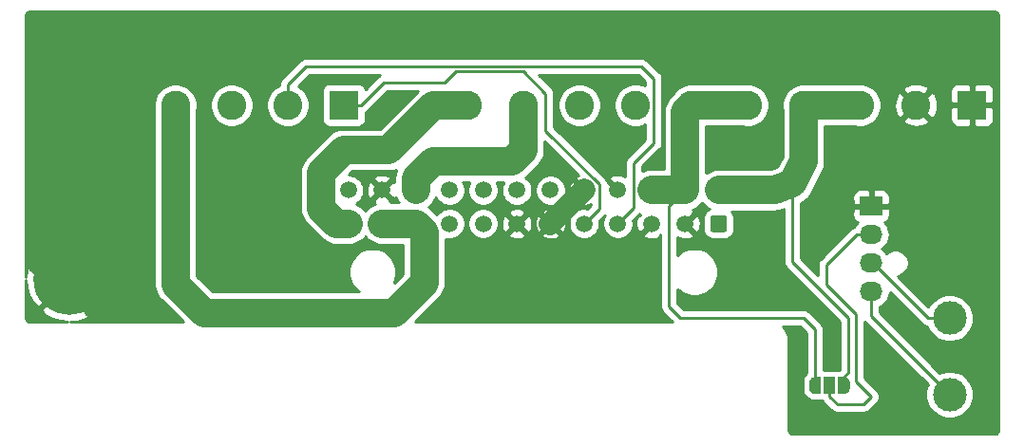
<source format=gbr>
G04 #@! TF.GenerationSoftware,KiCad,Pcbnew,5.1.5-52549c5~84~ubuntu18.04.1*
G04 #@! TF.CreationDate,2020-03-22T20:22:03-04:00*
G04 #@! TF.ProjectId,imac_g3_down_converter_board_adapter,696d6163-5f67-4335-9f64-6f776e5f636f,1*
G04 #@! TF.SameCoordinates,Original*
G04 #@! TF.FileFunction,Copper,L1,Top*
G04 #@! TF.FilePolarity,Positive*
%FSLAX46Y46*%
G04 Gerber Fmt 4.6, Leading zero omitted, Abs format (unit mm)*
G04 Created by KiCad (PCBNEW 5.1.5-52549c5~84~ubuntu18.04.1) date 2020-03-22 20:22:03*
%MOMM*%
%LPD*%
G04 APERTURE LIST*
%ADD10R,2.600000X2.600000*%
%ADD11C,2.600000*%
%ADD12C,0.100000*%
%ADD13C,1.500000*%
%ADD14C,6.400000*%
%ADD15C,0.800000*%
%ADD16R,1.000000X1.500000*%
%ADD17R,2.030000X1.730000*%
%ADD18O,2.030000X1.730000*%
%ADD19C,3.000000*%
%ADD20C,2.000000*%
%ADD21C,2.500000*%
%ADD22C,0.250000*%
%ADD23C,0.254000*%
G04 APERTURE END LIST*
D10*
X173462000Y-69690000D03*
D11*
X168462000Y-69690000D03*
X163462000Y-69690000D03*
X158462000Y-69690000D03*
X153462000Y-69690000D03*
X148462000Y-69690000D03*
X143462000Y-69690000D03*
X138462000Y-69690000D03*
X133462000Y-69690000D03*
X128462000Y-69690000D03*
D10*
X117462000Y-69690000D03*
D11*
X112462000Y-69690000D03*
X107462000Y-69690000D03*
X102462000Y-69690000D03*
G04 #@! TA.AperFunction,ComponentPad*
D12*
G36*
X151406504Y-79521204D02*
G01*
X151430773Y-79524804D01*
X151454571Y-79530765D01*
X151477671Y-79539030D01*
X151499849Y-79549520D01*
X151520893Y-79562133D01*
X151540598Y-79576747D01*
X151558777Y-79593223D01*
X151575253Y-79611402D01*
X151589867Y-79631107D01*
X151602480Y-79652151D01*
X151612970Y-79674329D01*
X151621235Y-79697429D01*
X151627196Y-79721227D01*
X151630796Y-79745496D01*
X151632000Y-79770000D01*
X151632000Y-80770000D01*
X151630796Y-80794504D01*
X151627196Y-80818773D01*
X151621235Y-80842571D01*
X151612970Y-80865671D01*
X151602480Y-80887849D01*
X151589867Y-80908893D01*
X151575253Y-80928598D01*
X151558777Y-80946777D01*
X151540598Y-80963253D01*
X151520893Y-80977867D01*
X151499849Y-80990480D01*
X151477671Y-81000970D01*
X151454571Y-81009235D01*
X151430773Y-81015196D01*
X151406504Y-81018796D01*
X151382000Y-81020000D01*
X150382000Y-81020000D01*
X150357496Y-81018796D01*
X150333227Y-81015196D01*
X150309429Y-81009235D01*
X150286329Y-81000970D01*
X150264151Y-80990480D01*
X150243107Y-80977867D01*
X150223402Y-80963253D01*
X150205223Y-80946777D01*
X150188747Y-80928598D01*
X150174133Y-80908893D01*
X150161520Y-80887849D01*
X150151030Y-80865671D01*
X150142765Y-80842571D01*
X150136804Y-80818773D01*
X150133204Y-80794504D01*
X150132000Y-80770000D01*
X150132000Y-79770000D01*
X150133204Y-79745496D01*
X150136804Y-79721227D01*
X150142765Y-79697429D01*
X150151030Y-79674329D01*
X150161520Y-79652151D01*
X150174133Y-79631107D01*
X150188747Y-79611402D01*
X150205223Y-79593223D01*
X150223402Y-79576747D01*
X150243107Y-79562133D01*
X150264151Y-79549520D01*
X150286329Y-79539030D01*
X150309429Y-79530765D01*
X150333227Y-79524804D01*
X150357496Y-79521204D01*
X150382000Y-79520000D01*
X151382000Y-79520000D01*
X151406504Y-79521204D01*
G37*
G04 #@! TD.AperFunction*
D13*
X147882000Y-80270000D03*
X144882000Y-80270000D03*
X141882000Y-80270000D03*
X138882000Y-80270000D03*
X135882000Y-80270000D03*
X132882000Y-80270000D03*
X129882000Y-80270000D03*
X126882000Y-80270000D03*
X123882000Y-80270000D03*
X120882000Y-80270000D03*
X117882000Y-80270000D03*
X150882000Y-77270000D03*
X147882000Y-77270000D03*
X144882000Y-77270000D03*
X141882000Y-77270000D03*
X138882000Y-77270000D03*
X135882000Y-77270000D03*
X132882000Y-77270000D03*
X129882000Y-77270000D03*
X126882000Y-77270000D03*
X123882000Y-77270000D03*
X120882000Y-77270000D03*
X117882000Y-77270000D03*
D14*
X92962000Y-85190000D03*
D15*
X95362000Y-85190000D03*
X94659056Y-86887056D03*
X92962000Y-87590000D03*
X91264944Y-86887056D03*
X90562000Y-85190000D03*
X91264944Y-83492944D03*
X92962000Y-82790000D03*
X94659056Y-83492944D03*
G04 #@! TA.AperFunction,SMDPad,CuDef*
D12*
G36*
X161512000Y-93940000D02*
G01*
X162062000Y-93940000D01*
X162062000Y-93940602D01*
X162086534Y-93940602D01*
X162135365Y-93945412D01*
X162183490Y-93954984D01*
X162230445Y-93969228D01*
X162275778Y-93988005D01*
X162319051Y-94011136D01*
X162359850Y-94038396D01*
X162397779Y-94069524D01*
X162432476Y-94104221D01*
X162463604Y-94142150D01*
X162490864Y-94182949D01*
X162513995Y-94226222D01*
X162532772Y-94271555D01*
X162547016Y-94318510D01*
X162556588Y-94366635D01*
X162561398Y-94415466D01*
X162561398Y-94440000D01*
X162562000Y-94440000D01*
X162562000Y-94940000D01*
X162561398Y-94940000D01*
X162561398Y-94964534D01*
X162556588Y-95013365D01*
X162547016Y-95061490D01*
X162532772Y-95108445D01*
X162513995Y-95153778D01*
X162490864Y-95197051D01*
X162463604Y-95237850D01*
X162432476Y-95275779D01*
X162397779Y-95310476D01*
X162359850Y-95341604D01*
X162319051Y-95368864D01*
X162275778Y-95391995D01*
X162230445Y-95410772D01*
X162183490Y-95425016D01*
X162135365Y-95434588D01*
X162086534Y-95439398D01*
X162062000Y-95439398D01*
X162062000Y-95440000D01*
X161512000Y-95440000D01*
X161512000Y-93940000D01*
G37*
G04 #@! TD.AperFunction*
G04 #@! TA.AperFunction,SMDPad,CuDef*
G36*
X159462000Y-95439398D02*
G01*
X159437466Y-95439398D01*
X159388635Y-95434588D01*
X159340510Y-95425016D01*
X159293555Y-95410772D01*
X159248222Y-95391995D01*
X159204949Y-95368864D01*
X159164150Y-95341604D01*
X159126221Y-95310476D01*
X159091524Y-95275779D01*
X159060396Y-95237850D01*
X159033136Y-95197051D01*
X159010005Y-95153778D01*
X158991228Y-95108445D01*
X158976984Y-95061490D01*
X158967412Y-95013365D01*
X158962602Y-94964534D01*
X158962602Y-94940000D01*
X158962000Y-94940000D01*
X158962000Y-94440000D01*
X158962602Y-94440000D01*
X158962602Y-94415466D01*
X158967412Y-94366635D01*
X158976984Y-94318510D01*
X158991228Y-94271555D01*
X159010005Y-94226222D01*
X159033136Y-94182949D01*
X159060396Y-94142150D01*
X159091524Y-94104221D01*
X159126221Y-94069524D01*
X159164150Y-94038396D01*
X159204949Y-94011136D01*
X159248222Y-93988005D01*
X159293555Y-93969228D01*
X159340510Y-93954984D01*
X159388635Y-93945412D01*
X159437466Y-93940602D01*
X159462000Y-93940602D01*
X159462000Y-93940000D01*
X160012000Y-93940000D01*
X160012000Y-95440000D01*
X159462000Y-95440000D01*
X159462000Y-95439398D01*
G37*
G04 #@! TD.AperFunction*
D16*
X160762000Y-94690000D03*
D17*
X164462000Y-78690000D03*
D18*
X164462000Y-81230000D03*
X164462000Y-83770000D03*
X164462000Y-86310000D03*
D19*
X171462000Y-88690000D03*
X171462000Y-95515001D03*
D20*
X138882000Y-77270000D02*
X135882000Y-80270000D01*
D21*
X92962000Y-85190000D02*
X92962000Y-80190000D01*
X92962000Y-85190000D02*
X92962000Y-84190000D01*
X92962000Y-84190000D02*
X94462000Y-82690000D01*
X92962000Y-85190000D02*
X93962000Y-85190000D01*
X93962000Y-85190000D02*
X95462000Y-83690000D01*
X92962000Y-85190000D02*
X95462000Y-83690000D01*
X95462000Y-83690000D02*
X95962000Y-85190000D01*
X94962000Y-85190000D02*
X96462000Y-86690000D01*
X92962000Y-85190000D02*
X94962000Y-85190000D01*
X96462000Y-86690000D02*
X95462000Y-87690000D01*
X92962000Y-84190000D02*
X91462000Y-82690000D01*
X91462000Y-82690000D02*
X91264944Y-82887056D01*
X91264944Y-82887056D02*
X90462000Y-83690000D01*
X125401340Y-74690000D02*
X132462000Y-74690000D01*
X132462000Y-74690000D02*
X133462000Y-73690000D01*
X123882000Y-77270000D02*
X123882000Y-76209340D01*
X133462000Y-73690000D02*
X133462000Y-69690000D01*
X123882000Y-76209340D02*
X125401340Y-74690000D01*
X125462000Y-69690000D02*
X128462000Y-69690000D01*
X116821340Y-80270000D02*
X115462000Y-78910660D01*
X117882000Y-80270000D02*
X116821340Y-80270000D01*
X121462000Y-73690000D02*
X125462000Y-69690000D01*
X115462000Y-75690000D02*
X117462000Y-73690000D01*
X115462000Y-78910660D02*
X115462000Y-75690000D01*
X117462000Y-73690000D02*
X121462000Y-73690000D01*
X144882000Y-77270000D02*
X147882000Y-77270000D01*
X153462000Y-69690000D02*
X148462000Y-69690000D01*
X147882000Y-70270000D02*
X147882000Y-77270000D01*
X148462000Y-69690000D02*
X147882000Y-70270000D01*
D22*
X147882000Y-77270000D02*
X146462000Y-78690000D01*
X146462000Y-78690000D02*
X146462000Y-87690000D01*
X146462000Y-87690000D02*
X147462000Y-88690000D01*
X147462000Y-88690000D02*
X158462000Y-88690000D01*
X158462000Y-88690000D02*
X159462000Y-89690000D01*
X159462000Y-89690000D02*
X159462000Y-94690000D01*
D21*
X158462000Y-69690000D02*
X163462000Y-69690000D01*
X155882000Y-77270000D02*
X150882000Y-77270000D01*
X158462000Y-69690000D02*
X158462000Y-74690000D01*
D22*
X162062000Y-93942408D02*
X162462000Y-93542408D01*
X162062000Y-94690000D02*
X162062000Y-93942408D01*
X162462000Y-93542408D02*
X162462000Y-88690000D01*
X157462000Y-83690000D02*
X157462000Y-76690000D01*
X162462000Y-88690000D02*
X157462000Y-83690000D01*
D21*
X158462000Y-74690000D02*
X157462000Y-76690000D01*
X157462000Y-76690000D02*
X155882000Y-77270000D01*
D22*
X139631999Y-79520001D02*
X138882000Y-80270000D01*
X140207009Y-76721163D02*
X140207009Y-78944991D01*
X135462000Y-71976154D02*
X140207009Y-76721163D01*
X135462000Y-68690000D02*
X135462000Y-71976154D01*
X140207009Y-78944991D02*
X139631999Y-79520001D01*
X117462000Y-69690000D02*
X119012000Y-69690000D01*
X126462000Y-67690000D02*
X127462000Y-66690000D01*
X127462000Y-66690000D02*
X133462000Y-66690000D01*
X119012000Y-69690000D02*
X121012000Y-67690000D01*
X133462000Y-66690000D02*
X135462000Y-68690000D01*
X121012000Y-67690000D02*
X126462000Y-67690000D01*
X114073532Y-66239991D02*
X144011991Y-66239991D01*
X112462000Y-69690000D02*
X112462000Y-67851523D01*
X112462000Y-67851523D02*
X114073532Y-66239991D01*
X145087001Y-67315001D02*
X145087001Y-73064999D01*
X144011991Y-66239991D02*
X145087001Y-67315001D01*
X142631999Y-79520001D02*
X141882000Y-80270000D01*
X143306990Y-78845010D02*
X142631999Y-79520001D01*
X143306990Y-74845010D02*
X143306990Y-78845010D01*
X145087001Y-73064999D02*
X143306990Y-74845010D01*
D21*
X120882000Y-80270000D02*
X123882000Y-80270000D01*
X124631999Y-85520001D02*
X121937010Y-88214990D01*
X123882000Y-80270000D02*
X124631999Y-81019999D01*
X124631999Y-81019999D02*
X124631999Y-85520001D01*
X121937010Y-88214990D02*
X104986990Y-88214990D01*
X102462000Y-85690000D02*
X102462000Y-69690000D01*
X104986990Y-88214990D02*
X102462000Y-85690000D01*
D22*
X160762000Y-95690000D02*
X161462000Y-96390000D01*
X160762000Y-94690000D02*
X160762000Y-95690000D01*
X161462000Y-96390000D02*
X163762000Y-96390000D01*
X163762000Y-96390000D02*
X164462000Y-95690000D01*
X163121990Y-94349990D02*
X163121990Y-88349990D01*
X164462000Y-95690000D02*
X163121990Y-94349990D01*
X163121990Y-88349990D02*
X160462000Y-85690000D01*
X160462000Y-83965000D02*
X163197000Y-81230000D01*
X163197000Y-81230000D02*
X164462000Y-81230000D01*
X160462000Y-85690000D02*
X160462000Y-83965000D01*
X169532000Y-88690000D02*
X171462000Y-88690000D01*
X164612000Y-83770000D02*
X169532000Y-88690000D01*
X164462000Y-83770000D02*
X164612000Y-83770000D01*
X164462000Y-88515001D02*
X171462000Y-95515001D01*
X164462000Y-86310000D02*
X164462000Y-88515001D01*
D23*
G36*
X175527424Y-61359580D02*
G01*
X175590356Y-61378580D01*
X175648405Y-61409445D01*
X175699343Y-61450989D01*
X175741248Y-61501644D01*
X175772515Y-61559471D01*
X175791956Y-61622272D01*
X175802000Y-61717835D01*
X175802001Y-98657711D01*
X175792420Y-98755424D01*
X175773420Y-98818357D01*
X175742554Y-98876406D01*
X175701011Y-98927343D01*
X175650356Y-98969248D01*
X175592529Y-99000515D01*
X175529728Y-99019956D01*
X175434165Y-99030000D01*
X157494279Y-99030000D01*
X157396576Y-99020420D01*
X157333643Y-99001420D01*
X157275594Y-98970554D01*
X157224657Y-98929011D01*
X157182752Y-98878356D01*
X157151485Y-98820529D01*
X157132044Y-98757728D01*
X157122000Y-98662165D01*
X157122000Y-90657581D01*
X157119217Y-90629326D01*
X157119260Y-90623199D01*
X157118360Y-90614028D01*
X157097959Y-90419931D01*
X157085934Y-90361348D01*
X157074723Y-90302577D01*
X157072059Y-90293755D01*
X157014347Y-90107317D01*
X156991162Y-90052162D01*
X156968758Y-89996709D01*
X156964432Y-89988573D01*
X156871607Y-89816896D01*
X156838139Y-89767278D01*
X156805400Y-89717247D01*
X156799576Y-89710106D01*
X156675172Y-89559728D01*
X156632737Y-89517589D01*
X156590874Y-89474839D01*
X156583773Y-89468966D01*
X156560518Y-89450000D01*
X158147199Y-89450000D01*
X158702000Y-90004802D01*
X158702001Y-93595430D01*
X158693618Y-93602310D01*
X158624310Y-93671618D01*
X158544958Y-93768309D01*
X158490502Y-93849808D01*
X158431536Y-93960125D01*
X158394027Y-94050681D01*
X158357718Y-94170377D01*
X158338596Y-94266510D01*
X158326336Y-94390991D01*
X158326336Y-94415550D01*
X158323928Y-94440000D01*
X158323928Y-94940000D01*
X158326336Y-94964450D01*
X158326336Y-94989009D01*
X158338596Y-95113490D01*
X158357718Y-95209623D01*
X158394027Y-95329319D01*
X158431536Y-95419875D01*
X158490502Y-95530192D01*
X158544958Y-95611691D01*
X158624310Y-95708382D01*
X158693618Y-95777690D01*
X158790309Y-95857042D01*
X158871808Y-95911498D01*
X158982125Y-95970464D01*
X159072681Y-96007973D01*
X159192377Y-96044282D01*
X159288510Y-96063404D01*
X159412991Y-96075664D01*
X159437550Y-96075664D01*
X159462000Y-96078072D01*
X160012000Y-96078072D01*
X160102890Y-96069120D01*
X160127026Y-96114276D01*
X160146297Y-96137757D01*
X160222000Y-96230001D01*
X160250997Y-96253799D01*
X160898205Y-96901008D01*
X160921999Y-96930001D01*
X160950992Y-96953795D01*
X160950996Y-96953799D01*
X161021685Y-97011811D01*
X161037724Y-97024974D01*
X161169753Y-97095546D01*
X161313014Y-97139003D01*
X161424667Y-97150000D01*
X161424676Y-97150000D01*
X161461999Y-97153676D01*
X161499322Y-97150000D01*
X163724678Y-97150000D01*
X163762000Y-97153676D01*
X163799322Y-97150000D01*
X163799333Y-97150000D01*
X163910986Y-97139003D01*
X164054247Y-97095546D01*
X164186276Y-97024974D01*
X164302001Y-96930001D01*
X164325803Y-96900998D01*
X164973018Y-96253785D01*
X165002000Y-96230000D01*
X165025784Y-96201019D01*
X165025799Y-96201004D01*
X165096973Y-96114277D01*
X165167545Y-95982247D01*
X165211002Y-95838987D01*
X165225676Y-95690001D01*
X165223114Y-95663987D01*
X165211002Y-95541013D01*
X165167545Y-95397753D01*
X165096973Y-95265723D01*
X165025799Y-95178997D01*
X165025789Y-95178987D01*
X165002000Y-95150000D01*
X164973013Y-95126211D01*
X163881990Y-94035189D01*
X163881990Y-89006250D01*
X163891084Y-89017331D01*
X163922000Y-89055002D01*
X163950998Y-89078800D01*
X169513140Y-94640943D01*
X169409047Y-94892245D01*
X169327000Y-95304722D01*
X169327000Y-95725280D01*
X169409047Y-96137757D01*
X169569988Y-96526303D01*
X169803637Y-96875984D01*
X170101017Y-97173364D01*
X170450698Y-97407013D01*
X170839244Y-97567954D01*
X171251721Y-97650001D01*
X171672279Y-97650001D01*
X172084756Y-97567954D01*
X172473302Y-97407013D01*
X172822983Y-97173364D01*
X173120363Y-96875984D01*
X173354012Y-96526303D01*
X173514953Y-96137757D01*
X173597000Y-95725280D01*
X173597000Y-95304722D01*
X173514953Y-94892245D01*
X173354012Y-94503699D01*
X173120363Y-94154018D01*
X172822983Y-93856638D01*
X172473302Y-93622989D01*
X172084756Y-93462048D01*
X171672279Y-93380001D01*
X171251721Y-93380001D01*
X170839244Y-93462048D01*
X170587942Y-93566141D01*
X165222000Y-88200200D01*
X165222000Y-87684779D01*
X165449387Y-87563238D01*
X165677792Y-87375792D01*
X165865238Y-87147387D01*
X166004524Y-86886802D01*
X166090295Y-86604051D01*
X166115486Y-86348287D01*
X168968200Y-89201002D01*
X168991999Y-89230001D01*
X169107724Y-89324974D01*
X169239753Y-89395546D01*
X169383014Y-89439003D01*
X169464672Y-89447046D01*
X169569988Y-89701302D01*
X169803637Y-90050983D01*
X170101017Y-90348363D01*
X170450698Y-90582012D01*
X170839244Y-90742953D01*
X171251721Y-90825000D01*
X171672279Y-90825000D01*
X172084756Y-90742953D01*
X172473302Y-90582012D01*
X172822983Y-90348363D01*
X173120363Y-90050983D01*
X173354012Y-89701302D01*
X173514953Y-89312756D01*
X173597000Y-88900279D01*
X173597000Y-88479721D01*
X173514953Y-88067244D01*
X173354012Y-87678698D01*
X173120363Y-87329017D01*
X172822983Y-87031637D01*
X172473302Y-86797988D01*
X172084756Y-86637047D01*
X171672279Y-86555000D01*
X171251721Y-86555000D01*
X170839244Y-86637047D01*
X170450698Y-86797988D01*
X170101017Y-87031637D01*
X169803637Y-87329017D01*
X169580207Y-87663405D01*
X166849720Y-84932919D01*
X166967652Y-84909461D01*
X167183308Y-84820134D01*
X167377394Y-84690450D01*
X167542450Y-84525394D01*
X167672134Y-84331308D01*
X167761461Y-84115652D01*
X167807000Y-83886712D01*
X167807000Y-83653288D01*
X167761461Y-83424348D01*
X167672134Y-83208692D01*
X167542450Y-83014606D01*
X167377394Y-82849550D01*
X167183308Y-82719866D01*
X166967652Y-82630539D01*
X166738712Y-82585000D01*
X166505288Y-82585000D01*
X166276348Y-82630539D01*
X166060692Y-82719866D01*
X165866606Y-82849550D01*
X165828414Y-82887742D01*
X165677792Y-82704208D01*
X165449387Y-82516762D01*
X165418028Y-82500000D01*
X165449387Y-82483238D01*
X165677792Y-82295792D01*
X165865238Y-82067387D01*
X166004524Y-81806802D01*
X166090295Y-81524051D01*
X166119257Y-81230000D01*
X166090295Y-80935949D01*
X166004524Y-80653198D01*
X165865238Y-80392613D01*
X165677792Y-80164208D01*
X165671970Y-80159430D01*
X165721180Y-80144502D01*
X165831494Y-80085537D01*
X165928185Y-80006185D01*
X166007537Y-79909494D01*
X166066502Y-79799180D01*
X166102812Y-79679482D01*
X166115072Y-79555000D01*
X166112000Y-78975750D01*
X165953250Y-78817000D01*
X164589000Y-78817000D01*
X164589000Y-78837000D01*
X164335000Y-78837000D01*
X164335000Y-78817000D01*
X162970750Y-78817000D01*
X162812000Y-78975750D01*
X162808928Y-79555000D01*
X162821188Y-79679482D01*
X162857498Y-79799180D01*
X162916463Y-79909494D01*
X162995815Y-80006185D01*
X163092506Y-80085537D01*
X163202820Y-80144502D01*
X163252030Y-80159430D01*
X163246208Y-80164208D01*
X163058762Y-80392613D01*
X163004457Y-80494210D01*
X162904753Y-80524454D01*
X162772723Y-80595026D01*
X162718503Y-80639524D01*
X162656999Y-80689999D01*
X162633201Y-80718997D01*
X159950998Y-83401201D01*
X159922000Y-83424999D01*
X159898202Y-83453997D01*
X159898201Y-83453998D01*
X159827026Y-83540724D01*
X159756454Y-83672754D01*
X159736726Y-83737792D01*
X159712998Y-83816014D01*
X159706035Y-83886712D01*
X159698324Y-83965000D01*
X159702001Y-84002332D01*
X159702000Y-84855199D01*
X158222000Y-83375199D01*
X158222000Y-78416281D01*
X158256395Y-78399666D01*
X158400025Y-78335538D01*
X158423341Y-78319023D01*
X158449068Y-78306596D01*
X158574642Y-78211857D01*
X158703031Y-78120920D01*
X158722679Y-78100172D01*
X158745485Y-78082966D01*
X158850165Y-77965548D01*
X158958343Y-77851312D01*
X158973565Y-77827131D01*
X158975464Y-77825000D01*
X162808928Y-77825000D01*
X162812000Y-78404250D01*
X162970750Y-78563000D01*
X164335000Y-78563000D01*
X164335000Y-77348750D01*
X164589000Y-77348750D01*
X164589000Y-78563000D01*
X165953250Y-78563000D01*
X166112000Y-78404250D01*
X166115072Y-77825000D01*
X166102812Y-77700518D01*
X166066502Y-77580820D01*
X166007537Y-77470506D01*
X165928185Y-77373815D01*
X165831494Y-77294463D01*
X165721180Y-77235498D01*
X165601482Y-77199188D01*
X165477000Y-77186928D01*
X164747750Y-77190000D01*
X164589000Y-77348750D01*
X164335000Y-77348750D01*
X164176250Y-77190000D01*
X163447000Y-77186928D01*
X163322518Y-77199188D01*
X163202820Y-77235498D01*
X163092506Y-77294463D01*
X162995815Y-77373815D01*
X162916463Y-77470506D01*
X162857498Y-77580820D01*
X162821188Y-77700518D01*
X162808928Y-77825000D01*
X158975464Y-77825000D01*
X158992577Y-77805805D01*
X159072340Y-77670217D01*
X159106584Y-77615818D01*
X159119282Y-77590422D01*
X159180850Y-77485764D01*
X159202119Y-77424749D01*
X160136521Y-75555946D01*
X160211939Y-75414848D01*
X160246416Y-75301193D01*
X160288855Y-75190288D01*
X160300184Y-75123943D01*
X160319725Y-75059524D01*
X160331366Y-74941327D01*
X160351354Y-74824273D01*
X160347000Y-74664390D01*
X160347000Y-71575000D01*
X163020052Y-71575000D01*
X163271419Y-71625000D01*
X163652581Y-71625000D01*
X164026419Y-71550639D01*
X164378566Y-71404775D01*
X164695491Y-71193013D01*
X164849280Y-71039224D01*
X167292381Y-71039224D01*
X167424317Y-71334312D01*
X167765045Y-71505159D01*
X168132557Y-71606250D01*
X168512729Y-71633701D01*
X168890951Y-71586457D01*
X169252690Y-71466333D01*
X169499683Y-71334312D01*
X169631619Y-71039224D01*
X169582395Y-70990000D01*
X171523928Y-70990000D01*
X171536188Y-71114482D01*
X171572498Y-71234180D01*
X171631463Y-71344494D01*
X171710815Y-71441185D01*
X171807506Y-71520537D01*
X171917820Y-71579502D01*
X172037518Y-71615812D01*
X172162000Y-71628072D01*
X173176250Y-71625000D01*
X173335000Y-71466250D01*
X173335000Y-69817000D01*
X173589000Y-69817000D01*
X173589000Y-71466250D01*
X173747750Y-71625000D01*
X174762000Y-71628072D01*
X174886482Y-71615812D01*
X175006180Y-71579502D01*
X175116494Y-71520537D01*
X175213185Y-71441185D01*
X175292537Y-71344494D01*
X175351502Y-71234180D01*
X175387812Y-71114482D01*
X175400072Y-70990000D01*
X175397000Y-69975750D01*
X175238250Y-69817000D01*
X173589000Y-69817000D01*
X173335000Y-69817000D01*
X171685750Y-69817000D01*
X171527000Y-69975750D01*
X171523928Y-70990000D01*
X169582395Y-70990000D01*
X168462000Y-69869605D01*
X167292381Y-71039224D01*
X164849280Y-71039224D01*
X164965013Y-70923491D01*
X165176775Y-70606566D01*
X165322639Y-70254419D01*
X165397000Y-69880581D01*
X165397000Y-69740729D01*
X166518299Y-69740729D01*
X166565543Y-70118951D01*
X166685667Y-70480690D01*
X166817688Y-70727683D01*
X167112776Y-70859619D01*
X168282395Y-69690000D01*
X168641605Y-69690000D01*
X169811224Y-70859619D01*
X170106312Y-70727683D01*
X170277159Y-70386955D01*
X170378250Y-70019443D01*
X170405701Y-69639271D01*
X170358457Y-69261049D01*
X170238333Y-68899310D01*
X170106312Y-68652317D01*
X169811224Y-68520381D01*
X168641605Y-69690000D01*
X168282395Y-69690000D01*
X167112776Y-68520381D01*
X166817688Y-68652317D01*
X166646841Y-68993045D01*
X166545750Y-69360557D01*
X166518299Y-69740729D01*
X165397000Y-69740729D01*
X165397000Y-69499419D01*
X165322639Y-69125581D01*
X165176775Y-68773434D01*
X164965013Y-68456509D01*
X164849280Y-68340776D01*
X167292381Y-68340776D01*
X168462000Y-69510395D01*
X169582395Y-68390000D01*
X171523928Y-68390000D01*
X171527000Y-69404250D01*
X171685750Y-69563000D01*
X173335000Y-69563000D01*
X173335000Y-67913750D01*
X173589000Y-67913750D01*
X173589000Y-69563000D01*
X175238250Y-69563000D01*
X175397000Y-69404250D01*
X175400072Y-68390000D01*
X175387812Y-68265518D01*
X175351502Y-68145820D01*
X175292537Y-68035506D01*
X175213185Y-67938815D01*
X175116494Y-67859463D01*
X175006180Y-67800498D01*
X174886482Y-67764188D01*
X174762000Y-67751928D01*
X173747750Y-67755000D01*
X173589000Y-67913750D01*
X173335000Y-67913750D01*
X173176250Y-67755000D01*
X172162000Y-67751928D01*
X172037518Y-67764188D01*
X171917820Y-67800498D01*
X171807506Y-67859463D01*
X171710815Y-67938815D01*
X171631463Y-68035506D01*
X171572498Y-68145820D01*
X171536188Y-68265518D01*
X171523928Y-68390000D01*
X169582395Y-68390000D01*
X169631619Y-68340776D01*
X169499683Y-68045688D01*
X169158955Y-67874841D01*
X168791443Y-67773750D01*
X168411271Y-67746299D01*
X168033049Y-67793543D01*
X167671310Y-67913667D01*
X167424317Y-68045688D01*
X167292381Y-68340776D01*
X164849280Y-68340776D01*
X164695491Y-68186987D01*
X164378566Y-67975225D01*
X164026419Y-67829361D01*
X163652581Y-67755000D01*
X163271419Y-67755000D01*
X163020052Y-67805000D01*
X158903948Y-67805000D01*
X158652581Y-67755000D01*
X158271419Y-67755000D01*
X157897581Y-67829361D01*
X157545434Y-67975225D01*
X157228509Y-68186987D01*
X156958987Y-68456509D01*
X156747225Y-68773434D01*
X156601361Y-69125581D01*
X156527000Y-69499419D01*
X156527000Y-69880581D01*
X156577000Y-70131948D01*
X156577001Y-74245012D01*
X156110431Y-75178153D01*
X155546950Y-75385000D01*
X150789403Y-75385000D01*
X150512476Y-75412275D01*
X150157152Y-75520061D01*
X149829683Y-75695097D01*
X149767000Y-75746540D01*
X149767000Y-71575000D01*
X153020052Y-71575000D01*
X153271419Y-71625000D01*
X153652581Y-71625000D01*
X154026419Y-71550639D01*
X154378566Y-71404775D01*
X154695491Y-71193013D01*
X154965013Y-70923491D01*
X155176775Y-70606566D01*
X155322639Y-70254419D01*
X155397000Y-69880581D01*
X155397000Y-69499419D01*
X155322639Y-69125581D01*
X155176775Y-68773434D01*
X154965013Y-68456509D01*
X154695491Y-68186987D01*
X154378566Y-67975225D01*
X154026419Y-67829361D01*
X153652581Y-67755000D01*
X153271419Y-67755000D01*
X153020052Y-67805000D01*
X148903948Y-67805000D01*
X148652581Y-67755000D01*
X148271419Y-67755000D01*
X147897581Y-67829361D01*
X147545434Y-67975225D01*
X147228509Y-68186987D01*
X146958987Y-68456509D01*
X146816597Y-68669611D01*
X146614582Y-68871626D01*
X146542655Y-68930655D01*
X146307097Y-69217683D01*
X146132061Y-69545153D01*
X146024275Y-69900477D01*
X145997000Y-70177404D01*
X145997000Y-70177411D01*
X145987881Y-70270000D01*
X145997000Y-70362589D01*
X145997001Y-75385000D01*
X144789403Y-75385000D01*
X144512476Y-75412275D01*
X144157152Y-75520061D01*
X144066990Y-75568254D01*
X144066990Y-75159811D01*
X145598004Y-73628798D01*
X145627002Y-73605000D01*
X145721975Y-73489275D01*
X145792547Y-73357246D01*
X145836004Y-73213985D01*
X145847001Y-73102332D01*
X145847001Y-73102324D01*
X145850677Y-73064999D01*
X145847001Y-73027674D01*
X145847001Y-67352326D01*
X145850677Y-67315001D01*
X145847001Y-67277676D01*
X145847001Y-67277668D01*
X145836004Y-67166015D01*
X145792547Y-67022754D01*
X145721975Y-66890725D01*
X145627002Y-66775000D01*
X145598005Y-66751203D01*
X144575795Y-65728993D01*
X144551992Y-65699990D01*
X144436267Y-65605017D01*
X144304238Y-65534445D01*
X144160977Y-65490988D01*
X144049324Y-65479991D01*
X144049313Y-65479991D01*
X144011991Y-65476315D01*
X143974669Y-65479991D01*
X114110854Y-65479991D01*
X114073531Y-65476315D01*
X114036208Y-65479991D01*
X114036199Y-65479991D01*
X113924546Y-65490988D01*
X113781285Y-65534445D01*
X113649256Y-65605017D01*
X113649254Y-65605018D01*
X113649255Y-65605018D01*
X113562528Y-65676192D01*
X113562524Y-65676196D01*
X113533531Y-65699990D01*
X113509737Y-65728983D01*
X111950998Y-67287724D01*
X111922000Y-67311522D01*
X111898202Y-67340520D01*
X111898201Y-67340521D01*
X111827026Y-67427247D01*
X111756454Y-67559277D01*
X111712998Y-67702538D01*
X111698324Y-67851523D01*
X111702001Y-67888855D01*
X111702001Y-67910373D01*
X111545434Y-67975225D01*
X111228509Y-68186987D01*
X110958987Y-68456509D01*
X110747225Y-68773434D01*
X110601361Y-69125581D01*
X110527000Y-69499419D01*
X110527000Y-69880581D01*
X110601361Y-70254419D01*
X110747225Y-70606566D01*
X110958987Y-70923491D01*
X111228509Y-71193013D01*
X111545434Y-71404775D01*
X111897581Y-71550639D01*
X112271419Y-71625000D01*
X112652581Y-71625000D01*
X113026419Y-71550639D01*
X113378566Y-71404775D01*
X113695491Y-71193013D01*
X113965013Y-70923491D01*
X114176775Y-70606566D01*
X114322639Y-70254419D01*
X114397000Y-69880581D01*
X114397000Y-69499419D01*
X114322639Y-69125581D01*
X114176775Y-68773434D01*
X113965013Y-68456509D01*
X113695491Y-68186987D01*
X113399267Y-67989057D01*
X114388335Y-66999991D01*
X120690686Y-66999991D01*
X120587723Y-67055026D01*
X120504083Y-67123668D01*
X120471999Y-67149999D01*
X120448201Y-67178997D01*
X119381730Y-68245468D01*
X119351502Y-68145820D01*
X119292537Y-68035506D01*
X119213185Y-67938815D01*
X119116494Y-67859463D01*
X119006180Y-67800498D01*
X118886482Y-67764188D01*
X118762000Y-67751928D01*
X116162000Y-67751928D01*
X116037518Y-67764188D01*
X115917820Y-67800498D01*
X115807506Y-67859463D01*
X115710815Y-67938815D01*
X115631463Y-68035506D01*
X115572498Y-68145820D01*
X115536188Y-68265518D01*
X115523928Y-68390000D01*
X115523928Y-70990000D01*
X115536188Y-71114482D01*
X115572498Y-71234180D01*
X115631463Y-71344494D01*
X115710815Y-71441185D01*
X115807506Y-71520537D01*
X115917820Y-71579502D01*
X116037518Y-71615812D01*
X116162000Y-71628072D01*
X118762000Y-71628072D01*
X118886482Y-71615812D01*
X119006180Y-71579502D01*
X119116494Y-71520537D01*
X119213185Y-71441185D01*
X119292537Y-71344494D01*
X119351502Y-71234180D01*
X119387812Y-71114482D01*
X119400072Y-70990000D01*
X119400072Y-70344326D01*
X119436276Y-70324974D01*
X119552001Y-70230001D01*
X119575804Y-70200997D01*
X121326802Y-68450000D01*
X124036207Y-68450000D01*
X120681208Y-71805000D01*
X117554586Y-71805000D01*
X117461999Y-71795881D01*
X117369412Y-71805000D01*
X117369403Y-71805000D01*
X117092476Y-71832275D01*
X116737152Y-71940061D01*
X116409683Y-72115097D01*
X116409681Y-72115098D01*
X116409682Y-72115098D01*
X116194579Y-72291628D01*
X116194577Y-72291630D01*
X116122655Y-72350655D01*
X116063630Y-72422577D01*
X114194577Y-74291631D01*
X114122656Y-74350655D01*
X114063631Y-74422577D01*
X114063628Y-74422580D01*
X113887098Y-74637683D01*
X113712062Y-74965152D01*
X113604275Y-75320476D01*
X113567881Y-75690000D01*
X113577001Y-75782599D01*
X113577000Y-78818070D01*
X113567881Y-78910660D01*
X113577000Y-79003249D01*
X113577000Y-79003256D01*
X113600045Y-79237238D01*
X113604275Y-79280184D01*
X113631828Y-79371015D01*
X113712061Y-79635507D01*
X113887097Y-79962977D01*
X114122655Y-80250005D01*
X114194582Y-80309034D01*
X115422970Y-81537423D01*
X115481995Y-81609345D01*
X115553917Y-81668370D01*
X115553919Y-81668372D01*
X115657754Y-81753587D01*
X115769023Y-81844903D01*
X116096492Y-82019939D01*
X116306220Y-82083559D01*
X116451815Y-82127725D01*
X116487072Y-82131197D01*
X116728743Y-82155000D01*
X116728750Y-82155000D01*
X116821339Y-82164119D01*
X116913928Y-82155000D01*
X117974597Y-82155000D01*
X118251524Y-82127725D01*
X118606848Y-82019939D01*
X118934317Y-81844903D01*
X119221345Y-81609345D01*
X119382000Y-81413586D01*
X119542655Y-81609345D01*
X119829683Y-81844903D01*
X120157152Y-82019939D01*
X120512476Y-82127725D01*
X120789403Y-82155000D01*
X122746999Y-82155000D01*
X122747000Y-84739207D01*
X121934593Y-85551614D01*
X122074953Y-85212756D01*
X122157000Y-84800279D01*
X122157000Y-84379721D01*
X122074953Y-83967244D01*
X121914012Y-83578698D01*
X121680363Y-83229017D01*
X121382983Y-82931637D01*
X121033302Y-82697988D01*
X120644756Y-82537047D01*
X120232279Y-82455000D01*
X119811721Y-82455000D01*
X119399244Y-82537047D01*
X119010698Y-82697988D01*
X118661017Y-82931637D01*
X118363637Y-83229017D01*
X118129988Y-83578698D01*
X117969047Y-83967244D01*
X117887000Y-84379721D01*
X117887000Y-84800279D01*
X117969047Y-85212756D01*
X118129988Y-85601302D01*
X118363637Y-85950983D01*
X118661017Y-86248363D01*
X118783181Y-86329990D01*
X105767783Y-86329990D01*
X104347000Y-84909208D01*
X104347000Y-70131948D01*
X104397000Y-69880581D01*
X104397000Y-69499419D01*
X105527000Y-69499419D01*
X105527000Y-69880581D01*
X105601361Y-70254419D01*
X105747225Y-70606566D01*
X105958987Y-70923491D01*
X106228509Y-71193013D01*
X106545434Y-71404775D01*
X106897581Y-71550639D01*
X107271419Y-71625000D01*
X107652581Y-71625000D01*
X108026419Y-71550639D01*
X108378566Y-71404775D01*
X108695491Y-71193013D01*
X108965013Y-70923491D01*
X109176775Y-70606566D01*
X109322639Y-70254419D01*
X109397000Y-69880581D01*
X109397000Y-69499419D01*
X109322639Y-69125581D01*
X109176775Y-68773434D01*
X108965013Y-68456509D01*
X108695491Y-68186987D01*
X108378566Y-67975225D01*
X108026419Y-67829361D01*
X107652581Y-67755000D01*
X107271419Y-67755000D01*
X106897581Y-67829361D01*
X106545434Y-67975225D01*
X106228509Y-68186987D01*
X105958987Y-68456509D01*
X105747225Y-68773434D01*
X105601361Y-69125581D01*
X105527000Y-69499419D01*
X104397000Y-69499419D01*
X104322639Y-69125581D01*
X104176775Y-68773434D01*
X103965013Y-68456509D01*
X103695491Y-68186987D01*
X103378566Y-67975225D01*
X103026419Y-67829361D01*
X102652581Y-67755000D01*
X102271419Y-67755000D01*
X101897581Y-67829361D01*
X101545434Y-67975225D01*
X101228509Y-68186987D01*
X100958987Y-68456509D01*
X100747225Y-68773434D01*
X100601361Y-69125581D01*
X100527000Y-69499419D01*
X100527000Y-69880581D01*
X100577001Y-70131953D01*
X100577000Y-85597411D01*
X100567881Y-85690000D01*
X100577000Y-85782589D01*
X100577000Y-85782596D01*
X100604275Y-86059523D01*
X100712061Y-86414847D01*
X100887097Y-86742317D01*
X101122655Y-87029345D01*
X101194582Y-87088374D01*
X103136207Y-89030000D01*
X93084015Y-89030000D01*
X93689938Y-88974178D01*
X94414208Y-88759452D01*
X95082670Y-88407555D01*
X95123088Y-88380548D01*
X95483276Y-87890881D01*
X92962000Y-85369605D01*
X90440724Y-87890881D01*
X90800912Y-88380548D01*
X91464882Y-88740849D01*
X92186385Y-88964694D01*
X92809149Y-89030000D01*
X89494279Y-89030000D01*
X89396576Y-89020420D01*
X89333643Y-89001420D01*
X89275594Y-88970554D01*
X89224657Y-88929011D01*
X89182752Y-88878356D01*
X89151485Y-88820529D01*
X89132044Y-88757728D01*
X89122000Y-88662165D01*
X89122000Y-85312015D01*
X89177822Y-85917938D01*
X89392548Y-86642208D01*
X89744445Y-87310670D01*
X89771452Y-87351088D01*
X90261119Y-87711276D01*
X92782395Y-85190000D01*
X93141605Y-85190000D01*
X95662881Y-87711276D01*
X96152548Y-87351088D01*
X96512849Y-86687118D01*
X96736694Y-85965615D01*
X96815480Y-85214305D01*
X96746178Y-84462062D01*
X96531452Y-83737792D01*
X96179555Y-83069330D01*
X96152548Y-83028912D01*
X95662881Y-82668724D01*
X93141605Y-85190000D01*
X92782395Y-85190000D01*
X90261119Y-82668724D01*
X89771452Y-83028912D01*
X89411151Y-83692882D01*
X89187306Y-84414385D01*
X89122000Y-85037149D01*
X89122000Y-82489119D01*
X90440724Y-82489119D01*
X92962000Y-85010395D01*
X95483276Y-82489119D01*
X95123088Y-81999452D01*
X94459118Y-81639151D01*
X93737615Y-81415306D01*
X92986305Y-81336520D01*
X92234062Y-81405822D01*
X91509792Y-81620548D01*
X90841330Y-81972445D01*
X90800912Y-81999452D01*
X90440724Y-82489119D01*
X89122000Y-82489119D01*
X89122000Y-61722279D01*
X89131580Y-61624576D01*
X89150580Y-61561644D01*
X89181445Y-61503595D01*
X89222989Y-61452657D01*
X89273644Y-61410752D01*
X89331471Y-61379485D01*
X89394272Y-61360044D01*
X89489835Y-61350000D01*
X175429721Y-61350000D01*
X175527424Y-61359580D01*
G37*
X175527424Y-61359580D02*
X175590356Y-61378580D01*
X175648405Y-61409445D01*
X175699343Y-61450989D01*
X175741248Y-61501644D01*
X175772515Y-61559471D01*
X175791956Y-61622272D01*
X175802000Y-61717835D01*
X175802001Y-98657711D01*
X175792420Y-98755424D01*
X175773420Y-98818357D01*
X175742554Y-98876406D01*
X175701011Y-98927343D01*
X175650356Y-98969248D01*
X175592529Y-99000515D01*
X175529728Y-99019956D01*
X175434165Y-99030000D01*
X157494279Y-99030000D01*
X157396576Y-99020420D01*
X157333643Y-99001420D01*
X157275594Y-98970554D01*
X157224657Y-98929011D01*
X157182752Y-98878356D01*
X157151485Y-98820529D01*
X157132044Y-98757728D01*
X157122000Y-98662165D01*
X157122000Y-90657581D01*
X157119217Y-90629326D01*
X157119260Y-90623199D01*
X157118360Y-90614028D01*
X157097959Y-90419931D01*
X157085934Y-90361348D01*
X157074723Y-90302577D01*
X157072059Y-90293755D01*
X157014347Y-90107317D01*
X156991162Y-90052162D01*
X156968758Y-89996709D01*
X156964432Y-89988573D01*
X156871607Y-89816896D01*
X156838139Y-89767278D01*
X156805400Y-89717247D01*
X156799576Y-89710106D01*
X156675172Y-89559728D01*
X156632737Y-89517589D01*
X156590874Y-89474839D01*
X156583773Y-89468966D01*
X156560518Y-89450000D01*
X158147199Y-89450000D01*
X158702000Y-90004802D01*
X158702001Y-93595430D01*
X158693618Y-93602310D01*
X158624310Y-93671618D01*
X158544958Y-93768309D01*
X158490502Y-93849808D01*
X158431536Y-93960125D01*
X158394027Y-94050681D01*
X158357718Y-94170377D01*
X158338596Y-94266510D01*
X158326336Y-94390991D01*
X158326336Y-94415550D01*
X158323928Y-94440000D01*
X158323928Y-94940000D01*
X158326336Y-94964450D01*
X158326336Y-94989009D01*
X158338596Y-95113490D01*
X158357718Y-95209623D01*
X158394027Y-95329319D01*
X158431536Y-95419875D01*
X158490502Y-95530192D01*
X158544958Y-95611691D01*
X158624310Y-95708382D01*
X158693618Y-95777690D01*
X158790309Y-95857042D01*
X158871808Y-95911498D01*
X158982125Y-95970464D01*
X159072681Y-96007973D01*
X159192377Y-96044282D01*
X159288510Y-96063404D01*
X159412991Y-96075664D01*
X159437550Y-96075664D01*
X159462000Y-96078072D01*
X160012000Y-96078072D01*
X160102890Y-96069120D01*
X160127026Y-96114276D01*
X160146297Y-96137757D01*
X160222000Y-96230001D01*
X160250997Y-96253799D01*
X160898205Y-96901008D01*
X160921999Y-96930001D01*
X160950992Y-96953795D01*
X160950996Y-96953799D01*
X161021685Y-97011811D01*
X161037724Y-97024974D01*
X161169753Y-97095546D01*
X161313014Y-97139003D01*
X161424667Y-97150000D01*
X161424676Y-97150000D01*
X161461999Y-97153676D01*
X161499322Y-97150000D01*
X163724678Y-97150000D01*
X163762000Y-97153676D01*
X163799322Y-97150000D01*
X163799333Y-97150000D01*
X163910986Y-97139003D01*
X164054247Y-97095546D01*
X164186276Y-97024974D01*
X164302001Y-96930001D01*
X164325803Y-96900998D01*
X164973018Y-96253785D01*
X165002000Y-96230000D01*
X165025784Y-96201019D01*
X165025799Y-96201004D01*
X165096973Y-96114277D01*
X165167545Y-95982247D01*
X165211002Y-95838987D01*
X165225676Y-95690001D01*
X165223114Y-95663987D01*
X165211002Y-95541013D01*
X165167545Y-95397753D01*
X165096973Y-95265723D01*
X165025799Y-95178997D01*
X165025789Y-95178987D01*
X165002000Y-95150000D01*
X164973013Y-95126211D01*
X163881990Y-94035189D01*
X163881990Y-89006250D01*
X163891084Y-89017331D01*
X163922000Y-89055002D01*
X163950998Y-89078800D01*
X169513140Y-94640943D01*
X169409047Y-94892245D01*
X169327000Y-95304722D01*
X169327000Y-95725280D01*
X169409047Y-96137757D01*
X169569988Y-96526303D01*
X169803637Y-96875984D01*
X170101017Y-97173364D01*
X170450698Y-97407013D01*
X170839244Y-97567954D01*
X171251721Y-97650001D01*
X171672279Y-97650001D01*
X172084756Y-97567954D01*
X172473302Y-97407013D01*
X172822983Y-97173364D01*
X173120363Y-96875984D01*
X173354012Y-96526303D01*
X173514953Y-96137757D01*
X173597000Y-95725280D01*
X173597000Y-95304722D01*
X173514953Y-94892245D01*
X173354012Y-94503699D01*
X173120363Y-94154018D01*
X172822983Y-93856638D01*
X172473302Y-93622989D01*
X172084756Y-93462048D01*
X171672279Y-93380001D01*
X171251721Y-93380001D01*
X170839244Y-93462048D01*
X170587942Y-93566141D01*
X165222000Y-88200200D01*
X165222000Y-87684779D01*
X165449387Y-87563238D01*
X165677792Y-87375792D01*
X165865238Y-87147387D01*
X166004524Y-86886802D01*
X166090295Y-86604051D01*
X166115486Y-86348287D01*
X168968200Y-89201002D01*
X168991999Y-89230001D01*
X169107724Y-89324974D01*
X169239753Y-89395546D01*
X169383014Y-89439003D01*
X169464672Y-89447046D01*
X169569988Y-89701302D01*
X169803637Y-90050983D01*
X170101017Y-90348363D01*
X170450698Y-90582012D01*
X170839244Y-90742953D01*
X171251721Y-90825000D01*
X171672279Y-90825000D01*
X172084756Y-90742953D01*
X172473302Y-90582012D01*
X172822983Y-90348363D01*
X173120363Y-90050983D01*
X173354012Y-89701302D01*
X173514953Y-89312756D01*
X173597000Y-88900279D01*
X173597000Y-88479721D01*
X173514953Y-88067244D01*
X173354012Y-87678698D01*
X173120363Y-87329017D01*
X172822983Y-87031637D01*
X172473302Y-86797988D01*
X172084756Y-86637047D01*
X171672279Y-86555000D01*
X171251721Y-86555000D01*
X170839244Y-86637047D01*
X170450698Y-86797988D01*
X170101017Y-87031637D01*
X169803637Y-87329017D01*
X169580207Y-87663405D01*
X166849720Y-84932919D01*
X166967652Y-84909461D01*
X167183308Y-84820134D01*
X167377394Y-84690450D01*
X167542450Y-84525394D01*
X167672134Y-84331308D01*
X167761461Y-84115652D01*
X167807000Y-83886712D01*
X167807000Y-83653288D01*
X167761461Y-83424348D01*
X167672134Y-83208692D01*
X167542450Y-83014606D01*
X167377394Y-82849550D01*
X167183308Y-82719866D01*
X166967652Y-82630539D01*
X166738712Y-82585000D01*
X166505288Y-82585000D01*
X166276348Y-82630539D01*
X166060692Y-82719866D01*
X165866606Y-82849550D01*
X165828414Y-82887742D01*
X165677792Y-82704208D01*
X165449387Y-82516762D01*
X165418028Y-82500000D01*
X165449387Y-82483238D01*
X165677792Y-82295792D01*
X165865238Y-82067387D01*
X166004524Y-81806802D01*
X166090295Y-81524051D01*
X166119257Y-81230000D01*
X166090295Y-80935949D01*
X166004524Y-80653198D01*
X165865238Y-80392613D01*
X165677792Y-80164208D01*
X165671970Y-80159430D01*
X165721180Y-80144502D01*
X165831494Y-80085537D01*
X165928185Y-80006185D01*
X166007537Y-79909494D01*
X166066502Y-79799180D01*
X166102812Y-79679482D01*
X166115072Y-79555000D01*
X166112000Y-78975750D01*
X165953250Y-78817000D01*
X164589000Y-78817000D01*
X164589000Y-78837000D01*
X164335000Y-78837000D01*
X164335000Y-78817000D01*
X162970750Y-78817000D01*
X162812000Y-78975750D01*
X162808928Y-79555000D01*
X162821188Y-79679482D01*
X162857498Y-79799180D01*
X162916463Y-79909494D01*
X162995815Y-80006185D01*
X163092506Y-80085537D01*
X163202820Y-80144502D01*
X163252030Y-80159430D01*
X163246208Y-80164208D01*
X163058762Y-80392613D01*
X163004457Y-80494210D01*
X162904753Y-80524454D01*
X162772723Y-80595026D01*
X162718503Y-80639524D01*
X162656999Y-80689999D01*
X162633201Y-80718997D01*
X159950998Y-83401201D01*
X159922000Y-83424999D01*
X159898202Y-83453997D01*
X159898201Y-83453998D01*
X159827026Y-83540724D01*
X159756454Y-83672754D01*
X159736726Y-83737792D01*
X159712998Y-83816014D01*
X159706035Y-83886712D01*
X159698324Y-83965000D01*
X159702001Y-84002332D01*
X159702000Y-84855199D01*
X158222000Y-83375199D01*
X158222000Y-78416281D01*
X158256395Y-78399666D01*
X158400025Y-78335538D01*
X158423341Y-78319023D01*
X158449068Y-78306596D01*
X158574642Y-78211857D01*
X158703031Y-78120920D01*
X158722679Y-78100172D01*
X158745485Y-78082966D01*
X158850165Y-77965548D01*
X158958343Y-77851312D01*
X158973565Y-77827131D01*
X158975464Y-77825000D01*
X162808928Y-77825000D01*
X162812000Y-78404250D01*
X162970750Y-78563000D01*
X164335000Y-78563000D01*
X164335000Y-77348750D01*
X164589000Y-77348750D01*
X164589000Y-78563000D01*
X165953250Y-78563000D01*
X166112000Y-78404250D01*
X166115072Y-77825000D01*
X166102812Y-77700518D01*
X166066502Y-77580820D01*
X166007537Y-77470506D01*
X165928185Y-77373815D01*
X165831494Y-77294463D01*
X165721180Y-77235498D01*
X165601482Y-77199188D01*
X165477000Y-77186928D01*
X164747750Y-77190000D01*
X164589000Y-77348750D01*
X164335000Y-77348750D01*
X164176250Y-77190000D01*
X163447000Y-77186928D01*
X163322518Y-77199188D01*
X163202820Y-77235498D01*
X163092506Y-77294463D01*
X162995815Y-77373815D01*
X162916463Y-77470506D01*
X162857498Y-77580820D01*
X162821188Y-77700518D01*
X162808928Y-77825000D01*
X158975464Y-77825000D01*
X158992577Y-77805805D01*
X159072340Y-77670217D01*
X159106584Y-77615818D01*
X159119282Y-77590422D01*
X159180850Y-77485764D01*
X159202119Y-77424749D01*
X160136521Y-75555946D01*
X160211939Y-75414848D01*
X160246416Y-75301193D01*
X160288855Y-75190288D01*
X160300184Y-75123943D01*
X160319725Y-75059524D01*
X160331366Y-74941327D01*
X160351354Y-74824273D01*
X160347000Y-74664390D01*
X160347000Y-71575000D01*
X163020052Y-71575000D01*
X163271419Y-71625000D01*
X163652581Y-71625000D01*
X164026419Y-71550639D01*
X164378566Y-71404775D01*
X164695491Y-71193013D01*
X164849280Y-71039224D01*
X167292381Y-71039224D01*
X167424317Y-71334312D01*
X167765045Y-71505159D01*
X168132557Y-71606250D01*
X168512729Y-71633701D01*
X168890951Y-71586457D01*
X169252690Y-71466333D01*
X169499683Y-71334312D01*
X169631619Y-71039224D01*
X169582395Y-70990000D01*
X171523928Y-70990000D01*
X171536188Y-71114482D01*
X171572498Y-71234180D01*
X171631463Y-71344494D01*
X171710815Y-71441185D01*
X171807506Y-71520537D01*
X171917820Y-71579502D01*
X172037518Y-71615812D01*
X172162000Y-71628072D01*
X173176250Y-71625000D01*
X173335000Y-71466250D01*
X173335000Y-69817000D01*
X173589000Y-69817000D01*
X173589000Y-71466250D01*
X173747750Y-71625000D01*
X174762000Y-71628072D01*
X174886482Y-71615812D01*
X175006180Y-71579502D01*
X175116494Y-71520537D01*
X175213185Y-71441185D01*
X175292537Y-71344494D01*
X175351502Y-71234180D01*
X175387812Y-71114482D01*
X175400072Y-70990000D01*
X175397000Y-69975750D01*
X175238250Y-69817000D01*
X173589000Y-69817000D01*
X173335000Y-69817000D01*
X171685750Y-69817000D01*
X171527000Y-69975750D01*
X171523928Y-70990000D01*
X169582395Y-70990000D01*
X168462000Y-69869605D01*
X167292381Y-71039224D01*
X164849280Y-71039224D01*
X164965013Y-70923491D01*
X165176775Y-70606566D01*
X165322639Y-70254419D01*
X165397000Y-69880581D01*
X165397000Y-69740729D01*
X166518299Y-69740729D01*
X166565543Y-70118951D01*
X166685667Y-70480690D01*
X166817688Y-70727683D01*
X167112776Y-70859619D01*
X168282395Y-69690000D01*
X168641605Y-69690000D01*
X169811224Y-70859619D01*
X170106312Y-70727683D01*
X170277159Y-70386955D01*
X170378250Y-70019443D01*
X170405701Y-69639271D01*
X170358457Y-69261049D01*
X170238333Y-68899310D01*
X170106312Y-68652317D01*
X169811224Y-68520381D01*
X168641605Y-69690000D01*
X168282395Y-69690000D01*
X167112776Y-68520381D01*
X166817688Y-68652317D01*
X166646841Y-68993045D01*
X166545750Y-69360557D01*
X166518299Y-69740729D01*
X165397000Y-69740729D01*
X165397000Y-69499419D01*
X165322639Y-69125581D01*
X165176775Y-68773434D01*
X164965013Y-68456509D01*
X164849280Y-68340776D01*
X167292381Y-68340776D01*
X168462000Y-69510395D01*
X169582395Y-68390000D01*
X171523928Y-68390000D01*
X171527000Y-69404250D01*
X171685750Y-69563000D01*
X173335000Y-69563000D01*
X173335000Y-67913750D01*
X173589000Y-67913750D01*
X173589000Y-69563000D01*
X175238250Y-69563000D01*
X175397000Y-69404250D01*
X175400072Y-68390000D01*
X175387812Y-68265518D01*
X175351502Y-68145820D01*
X175292537Y-68035506D01*
X175213185Y-67938815D01*
X175116494Y-67859463D01*
X175006180Y-67800498D01*
X174886482Y-67764188D01*
X174762000Y-67751928D01*
X173747750Y-67755000D01*
X173589000Y-67913750D01*
X173335000Y-67913750D01*
X173176250Y-67755000D01*
X172162000Y-67751928D01*
X172037518Y-67764188D01*
X171917820Y-67800498D01*
X171807506Y-67859463D01*
X171710815Y-67938815D01*
X171631463Y-68035506D01*
X171572498Y-68145820D01*
X171536188Y-68265518D01*
X171523928Y-68390000D01*
X169582395Y-68390000D01*
X169631619Y-68340776D01*
X169499683Y-68045688D01*
X169158955Y-67874841D01*
X168791443Y-67773750D01*
X168411271Y-67746299D01*
X168033049Y-67793543D01*
X167671310Y-67913667D01*
X167424317Y-68045688D01*
X167292381Y-68340776D01*
X164849280Y-68340776D01*
X164695491Y-68186987D01*
X164378566Y-67975225D01*
X164026419Y-67829361D01*
X163652581Y-67755000D01*
X163271419Y-67755000D01*
X163020052Y-67805000D01*
X158903948Y-67805000D01*
X158652581Y-67755000D01*
X158271419Y-67755000D01*
X157897581Y-67829361D01*
X157545434Y-67975225D01*
X157228509Y-68186987D01*
X156958987Y-68456509D01*
X156747225Y-68773434D01*
X156601361Y-69125581D01*
X156527000Y-69499419D01*
X156527000Y-69880581D01*
X156577000Y-70131948D01*
X156577001Y-74245012D01*
X156110431Y-75178153D01*
X155546950Y-75385000D01*
X150789403Y-75385000D01*
X150512476Y-75412275D01*
X150157152Y-75520061D01*
X149829683Y-75695097D01*
X149767000Y-75746540D01*
X149767000Y-71575000D01*
X153020052Y-71575000D01*
X153271419Y-71625000D01*
X153652581Y-71625000D01*
X154026419Y-71550639D01*
X154378566Y-71404775D01*
X154695491Y-71193013D01*
X154965013Y-70923491D01*
X155176775Y-70606566D01*
X155322639Y-70254419D01*
X155397000Y-69880581D01*
X155397000Y-69499419D01*
X155322639Y-69125581D01*
X155176775Y-68773434D01*
X154965013Y-68456509D01*
X154695491Y-68186987D01*
X154378566Y-67975225D01*
X154026419Y-67829361D01*
X153652581Y-67755000D01*
X153271419Y-67755000D01*
X153020052Y-67805000D01*
X148903948Y-67805000D01*
X148652581Y-67755000D01*
X148271419Y-67755000D01*
X147897581Y-67829361D01*
X147545434Y-67975225D01*
X147228509Y-68186987D01*
X146958987Y-68456509D01*
X146816597Y-68669611D01*
X146614582Y-68871626D01*
X146542655Y-68930655D01*
X146307097Y-69217683D01*
X146132061Y-69545153D01*
X146024275Y-69900477D01*
X145997000Y-70177404D01*
X145997000Y-70177411D01*
X145987881Y-70270000D01*
X145997000Y-70362589D01*
X145997001Y-75385000D01*
X144789403Y-75385000D01*
X144512476Y-75412275D01*
X144157152Y-75520061D01*
X144066990Y-75568254D01*
X144066990Y-75159811D01*
X145598004Y-73628798D01*
X145627002Y-73605000D01*
X145721975Y-73489275D01*
X145792547Y-73357246D01*
X145836004Y-73213985D01*
X145847001Y-73102332D01*
X145847001Y-73102324D01*
X145850677Y-73064999D01*
X145847001Y-73027674D01*
X145847001Y-67352326D01*
X145850677Y-67315001D01*
X145847001Y-67277676D01*
X145847001Y-67277668D01*
X145836004Y-67166015D01*
X145792547Y-67022754D01*
X145721975Y-66890725D01*
X145627002Y-66775000D01*
X145598005Y-66751203D01*
X144575795Y-65728993D01*
X144551992Y-65699990D01*
X144436267Y-65605017D01*
X144304238Y-65534445D01*
X144160977Y-65490988D01*
X144049324Y-65479991D01*
X144049313Y-65479991D01*
X144011991Y-65476315D01*
X143974669Y-65479991D01*
X114110854Y-65479991D01*
X114073531Y-65476315D01*
X114036208Y-65479991D01*
X114036199Y-65479991D01*
X113924546Y-65490988D01*
X113781285Y-65534445D01*
X113649256Y-65605017D01*
X113649254Y-65605018D01*
X113649255Y-65605018D01*
X113562528Y-65676192D01*
X113562524Y-65676196D01*
X113533531Y-65699990D01*
X113509737Y-65728983D01*
X111950998Y-67287724D01*
X111922000Y-67311522D01*
X111898202Y-67340520D01*
X111898201Y-67340521D01*
X111827026Y-67427247D01*
X111756454Y-67559277D01*
X111712998Y-67702538D01*
X111698324Y-67851523D01*
X111702001Y-67888855D01*
X111702001Y-67910373D01*
X111545434Y-67975225D01*
X111228509Y-68186987D01*
X110958987Y-68456509D01*
X110747225Y-68773434D01*
X110601361Y-69125581D01*
X110527000Y-69499419D01*
X110527000Y-69880581D01*
X110601361Y-70254419D01*
X110747225Y-70606566D01*
X110958987Y-70923491D01*
X111228509Y-71193013D01*
X111545434Y-71404775D01*
X111897581Y-71550639D01*
X112271419Y-71625000D01*
X112652581Y-71625000D01*
X113026419Y-71550639D01*
X113378566Y-71404775D01*
X113695491Y-71193013D01*
X113965013Y-70923491D01*
X114176775Y-70606566D01*
X114322639Y-70254419D01*
X114397000Y-69880581D01*
X114397000Y-69499419D01*
X114322639Y-69125581D01*
X114176775Y-68773434D01*
X113965013Y-68456509D01*
X113695491Y-68186987D01*
X113399267Y-67989057D01*
X114388335Y-66999991D01*
X120690686Y-66999991D01*
X120587723Y-67055026D01*
X120504083Y-67123668D01*
X120471999Y-67149999D01*
X120448201Y-67178997D01*
X119381730Y-68245468D01*
X119351502Y-68145820D01*
X119292537Y-68035506D01*
X119213185Y-67938815D01*
X119116494Y-67859463D01*
X119006180Y-67800498D01*
X118886482Y-67764188D01*
X118762000Y-67751928D01*
X116162000Y-67751928D01*
X116037518Y-67764188D01*
X115917820Y-67800498D01*
X115807506Y-67859463D01*
X115710815Y-67938815D01*
X115631463Y-68035506D01*
X115572498Y-68145820D01*
X115536188Y-68265518D01*
X115523928Y-68390000D01*
X115523928Y-70990000D01*
X115536188Y-71114482D01*
X115572498Y-71234180D01*
X115631463Y-71344494D01*
X115710815Y-71441185D01*
X115807506Y-71520537D01*
X115917820Y-71579502D01*
X116037518Y-71615812D01*
X116162000Y-71628072D01*
X118762000Y-71628072D01*
X118886482Y-71615812D01*
X119006180Y-71579502D01*
X119116494Y-71520537D01*
X119213185Y-71441185D01*
X119292537Y-71344494D01*
X119351502Y-71234180D01*
X119387812Y-71114482D01*
X119400072Y-70990000D01*
X119400072Y-70344326D01*
X119436276Y-70324974D01*
X119552001Y-70230001D01*
X119575804Y-70200997D01*
X121326802Y-68450000D01*
X124036207Y-68450000D01*
X120681208Y-71805000D01*
X117554586Y-71805000D01*
X117461999Y-71795881D01*
X117369412Y-71805000D01*
X117369403Y-71805000D01*
X117092476Y-71832275D01*
X116737152Y-71940061D01*
X116409683Y-72115097D01*
X116409681Y-72115098D01*
X116409682Y-72115098D01*
X116194579Y-72291628D01*
X116194577Y-72291630D01*
X116122655Y-72350655D01*
X116063630Y-72422577D01*
X114194577Y-74291631D01*
X114122656Y-74350655D01*
X114063631Y-74422577D01*
X114063628Y-74422580D01*
X113887098Y-74637683D01*
X113712062Y-74965152D01*
X113604275Y-75320476D01*
X113567881Y-75690000D01*
X113577001Y-75782599D01*
X113577000Y-78818070D01*
X113567881Y-78910660D01*
X113577000Y-79003249D01*
X113577000Y-79003256D01*
X113600045Y-79237238D01*
X113604275Y-79280184D01*
X113631828Y-79371015D01*
X113712061Y-79635507D01*
X113887097Y-79962977D01*
X114122655Y-80250005D01*
X114194582Y-80309034D01*
X115422970Y-81537423D01*
X115481995Y-81609345D01*
X115553917Y-81668370D01*
X115553919Y-81668372D01*
X115657754Y-81753587D01*
X115769023Y-81844903D01*
X116096492Y-82019939D01*
X116306220Y-82083559D01*
X116451815Y-82127725D01*
X116487072Y-82131197D01*
X116728743Y-82155000D01*
X116728750Y-82155000D01*
X116821339Y-82164119D01*
X116913928Y-82155000D01*
X117974597Y-82155000D01*
X118251524Y-82127725D01*
X118606848Y-82019939D01*
X118934317Y-81844903D01*
X119221345Y-81609345D01*
X119382000Y-81413586D01*
X119542655Y-81609345D01*
X119829683Y-81844903D01*
X120157152Y-82019939D01*
X120512476Y-82127725D01*
X120789403Y-82155000D01*
X122746999Y-82155000D01*
X122747000Y-84739207D01*
X121934593Y-85551614D01*
X122074953Y-85212756D01*
X122157000Y-84800279D01*
X122157000Y-84379721D01*
X122074953Y-83967244D01*
X121914012Y-83578698D01*
X121680363Y-83229017D01*
X121382983Y-82931637D01*
X121033302Y-82697988D01*
X120644756Y-82537047D01*
X120232279Y-82455000D01*
X119811721Y-82455000D01*
X119399244Y-82537047D01*
X119010698Y-82697988D01*
X118661017Y-82931637D01*
X118363637Y-83229017D01*
X118129988Y-83578698D01*
X117969047Y-83967244D01*
X117887000Y-84379721D01*
X117887000Y-84800279D01*
X117969047Y-85212756D01*
X118129988Y-85601302D01*
X118363637Y-85950983D01*
X118661017Y-86248363D01*
X118783181Y-86329990D01*
X105767783Y-86329990D01*
X104347000Y-84909208D01*
X104347000Y-70131948D01*
X104397000Y-69880581D01*
X104397000Y-69499419D01*
X105527000Y-69499419D01*
X105527000Y-69880581D01*
X105601361Y-70254419D01*
X105747225Y-70606566D01*
X105958987Y-70923491D01*
X106228509Y-71193013D01*
X106545434Y-71404775D01*
X106897581Y-71550639D01*
X107271419Y-71625000D01*
X107652581Y-71625000D01*
X108026419Y-71550639D01*
X108378566Y-71404775D01*
X108695491Y-71193013D01*
X108965013Y-70923491D01*
X109176775Y-70606566D01*
X109322639Y-70254419D01*
X109397000Y-69880581D01*
X109397000Y-69499419D01*
X109322639Y-69125581D01*
X109176775Y-68773434D01*
X108965013Y-68456509D01*
X108695491Y-68186987D01*
X108378566Y-67975225D01*
X108026419Y-67829361D01*
X107652581Y-67755000D01*
X107271419Y-67755000D01*
X106897581Y-67829361D01*
X106545434Y-67975225D01*
X106228509Y-68186987D01*
X105958987Y-68456509D01*
X105747225Y-68773434D01*
X105601361Y-69125581D01*
X105527000Y-69499419D01*
X104397000Y-69499419D01*
X104322639Y-69125581D01*
X104176775Y-68773434D01*
X103965013Y-68456509D01*
X103695491Y-68186987D01*
X103378566Y-67975225D01*
X103026419Y-67829361D01*
X102652581Y-67755000D01*
X102271419Y-67755000D01*
X101897581Y-67829361D01*
X101545434Y-67975225D01*
X101228509Y-68186987D01*
X100958987Y-68456509D01*
X100747225Y-68773434D01*
X100601361Y-69125581D01*
X100527000Y-69499419D01*
X100527000Y-69880581D01*
X100577001Y-70131953D01*
X100577000Y-85597411D01*
X100567881Y-85690000D01*
X100577000Y-85782589D01*
X100577000Y-85782596D01*
X100604275Y-86059523D01*
X100712061Y-86414847D01*
X100887097Y-86742317D01*
X101122655Y-87029345D01*
X101194582Y-87088374D01*
X103136207Y-89030000D01*
X93084015Y-89030000D01*
X93689938Y-88974178D01*
X94414208Y-88759452D01*
X95082670Y-88407555D01*
X95123088Y-88380548D01*
X95483276Y-87890881D01*
X92962000Y-85369605D01*
X90440724Y-87890881D01*
X90800912Y-88380548D01*
X91464882Y-88740849D01*
X92186385Y-88964694D01*
X92809149Y-89030000D01*
X89494279Y-89030000D01*
X89396576Y-89020420D01*
X89333643Y-89001420D01*
X89275594Y-88970554D01*
X89224657Y-88929011D01*
X89182752Y-88878356D01*
X89151485Y-88820529D01*
X89132044Y-88757728D01*
X89122000Y-88662165D01*
X89122000Y-85312015D01*
X89177822Y-85917938D01*
X89392548Y-86642208D01*
X89744445Y-87310670D01*
X89771452Y-87351088D01*
X90261119Y-87711276D01*
X92782395Y-85190000D01*
X93141605Y-85190000D01*
X95662881Y-87711276D01*
X96152548Y-87351088D01*
X96512849Y-86687118D01*
X96736694Y-85965615D01*
X96815480Y-85214305D01*
X96746178Y-84462062D01*
X96531452Y-83737792D01*
X96179555Y-83069330D01*
X96152548Y-83028912D01*
X95662881Y-82668724D01*
X93141605Y-85190000D01*
X92782395Y-85190000D01*
X90261119Y-82668724D01*
X89771452Y-83028912D01*
X89411151Y-83692882D01*
X89187306Y-84414385D01*
X89122000Y-85037149D01*
X89122000Y-82489119D01*
X90440724Y-82489119D01*
X92962000Y-85010395D01*
X95483276Y-82489119D01*
X95123088Y-81999452D01*
X94459118Y-81639151D01*
X93737615Y-81415306D01*
X92986305Y-81336520D01*
X92234062Y-81405822D01*
X91509792Y-81620548D01*
X90841330Y-81972445D01*
X90800912Y-81999452D01*
X90440724Y-82489119D01*
X89122000Y-82489119D01*
X89122000Y-61722279D01*
X89131580Y-61624576D01*
X89150580Y-61561644D01*
X89181445Y-61503595D01*
X89222989Y-61452657D01*
X89273644Y-61410752D01*
X89331471Y-61379485D01*
X89394272Y-61360044D01*
X89489835Y-61350000D01*
X175429721Y-61350000D01*
X175527424Y-61359580D01*
G36*
X149542655Y-78609345D02*
G01*
X149829683Y-78844903D01*
X150033786Y-78953999D01*
X149888614Y-79031595D01*
X149754038Y-79142038D01*
X149643595Y-79276614D01*
X149561528Y-79430150D01*
X149510992Y-79596746D01*
X149493928Y-79770000D01*
X149493928Y-80770000D01*
X149510992Y-80943254D01*
X149561528Y-81109850D01*
X149643595Y-81263386D01*
X149754038Y-81397962D01*
X149888614Y-81508405D01*
X150042150Y-81590472D01*
X150208746Y-81641008D01*
X150382000Y-81658072D01*
X151382000Y-81658072D01*
X151555254Y-81641008D01*
X151721850Y-81590472D01*
X151875386Y-81508405D01*
X152009962Y-81397962D01*
X152120405Y-81263386D01*
X152202472Y-81109850D01*
X152253008Y-80943254D01*
X152270072Y-80770000D01*
X152270072Y-79770000D01*
X152253008Y-79596746D01*
X152202472Y-79430150D01*
X152120405Y-79276614D01*
X152020600Y-79155000D01*
X155750736Y-79155000D01*
X155804586Y-79162537D01*
X155935994Y-79155000D01*
X155974597Y-79155000D01*
X156028422Y-79149699D01*
X156175289Y-79141275D01*
X156212876Y-79131532D01*
X156251524Y-79127725D01*
X156392327Y-79085013D01*
X156444652Y-79071449D01*
X156480869Y-79058154D01*
X156606848Y-79019939D01*
X156654812Y-78994302D01*
X156702001Y-78976979D01*
X156702000Y-83652677D01*
X156698324Y-83690000D01*
X156702000Y-83727322D01*
X156702000Y-83727332D01*
X156712997Y-83838985D01*
X156737265Y-83918986D01*
X156756454Y-83982246D01*
X156827026Y-84114276D01*
X156833061Y-84121629D01*
X156921999Y-84230001D01*
X156951003Y-84253804D01*
X161702001Y-89004803D01*
X161702000Y-93227606D01*
X161627679Y-93301928D01*
X161512000Y-93301928D01*
X161387518Y-93314188D01*
X161387000Y-93314345D01*
X161386482Y-93314188D01*
X161262000Y-93301928D01*
X160262000Y-93301928D01*
X160222000Y-93305868D01*
X160222000Y-89727333D01*
X160225677Y-89690000D01*
X160211003Y-89541014D01*
X160167546Y-89397753D01*
X160096974Y-89265724D01*
X160025799Y-89178997D01*
X160002001Y-89149999D01*
X159973004Y-89126202D01*
X159025804Y-88179002D01*
X159002001Y-88149999D01*
X158886276Y-88055026D01*
X158754247Y-87984454D01*
X158610986Y-87940997D01*
X158499333Y-87930000D01*
X158499322Y-87930000D01*
X158462000Y-87926324D01*
X158424678Y-87930000D01*
X147776802Y-87930000D01*
X147222000Y-87375199D01*
X147222000Y-86109346D01*
X147361017Y-86248363D01*
X147710698Y-86482012D01*
X148099244Y-86642953D01*
X148511721Y-86725000D01*
X148932279Y-86725000D01*
X149344756Y-86642953D01*
X149733302Y-86482012D01*
X150082983Y-86248363D01*
X150380363Y-85950983D01*
X150614012Y-85601302D01*
X150774953Y-85212756D01*
X150857000Y-84800279D01*
X150857000Y-84379721D01*
X150774953Y-83967244D01*
X150614012Y-83578698D01*
X150380363Y-83229017D01*
X150082983Y-82931637D01*
X149733302Y-82697988D01*
X149344756Y-82537047D01*
X148932279Y-82455000D01*
X148511721Y-82455000D01*
X148099244Y-82537047D01*
X147710698Y-82697988D01*
X147361017Y-82931637D01*
X147222000Y-83070654D01*
X147222000Y-81490198D01*
X147417116Y-81581760D01*
X147681960Y-81647250D01*
X147954492Y-81659812D01*
X148224238Y-81618965D01*
X148480832Y-81526277D01*
X148593863Y-81465860D01*
X148659388Y-81226993D01*
X147882000Y-80449605D01*
X147867858Y-80463748D01*
X147688253Y-80284143D01*
X147702395Y-80270000D01*
X148061605Y-80270000D01*
X148838993Y-81047388D01*
X149077860Y-80981863D01*
X149193760Y-80734884D01*
X149259250Y-80470040D01*
X149271812Y-80197508D01*
X149230965Y-79927762D01*
X149138277Y-79671168D01*
X149077860Y-79558137D01*
X148838993Y-79492612D01*
X148061605Y-80270000D01*
X147702395Y-80270000D01*
X147688253Y-80255858D01*
X147867858Y-80076253D01*
X147882000Y-80090395D01*
X148659388Y-79313007D01*
X148593863Y-79074140D01*
X148528809Y-79043612D01*
X148606848Y-79019939D01*
X148934317Y-78844903D01*
X149221345Y-78609345D01*
X149382000Y-78413586D01*
X149542655Y-78609345D01*
G37*
X149542655Y-78609345D02*
X149829683Y-78844903D01*
X150033786Y-78953999D01*
X149888614Y-79031595D01*
X149754038Y-79142038D01*
X149643595Y-79276614D01*
X149561528Y-79430150D01*
X149510992Y-79596746D01*
X149493928Y-79770000D01*
X149493928Y-80770000D01*
X149510992Y-80943254D01*
X149561528Y-81109850D01*
X149643595Y-81263386D01*
X149754038Y-81397962D01*
X149888614Y-81508405D01*
X150042150Y-81590472D01*
X150208746Y-81641008D01*
X150382000Y-81658072D01*
X151382000Y-81658072D01*
X151555254Y-81641008D01*
X151721850Y-81590472D01*
X151875386Y-81508405D01*
X152009962Y-81397962D01*
X152120405Y-81263386D01*
X152202472Y-81109850D01*
X152253008Y-80943254D01*
X152270072Y-80770000D01*
X152270072Y-79770000D01*
X152253008Y-79596746D01*
X152202472Y-79430150D01*
X152120405Y-79276614D01*
X152020600Y-79155000D01*
X155750736Y-79155000D01*
X155804586Y-79162537D01*
X155935994Y-79155000D01*
X155974597Y-79155000D01*
X156028422Y-79149699D01*
X156175289Y-79141275D01*
X156212876Y-79131532D01*
X156251524Y-79127725D01*
X156392327Y-79085013D01*
X156444652Y-79071449D01*
X156480869Y-79058154D01*
X156606848Y-79019939D01*
X156654812Y-78994302D01*
X156702001Y-78976979D01*
X156702000Y-83652677D01*
X156698324Y-83690000D01*
X156702000Y-83727322D01*
X156702000Y-83727332D01*
X156712997Y-83838985D01*
X156737265Y-83918986D01*
X156756454Y-83982246D01*
X156827026Y-84114276D01*
X156833061Y-84121629D01*
X156921999Y-84230001D01*
X156951003Y-84253804D01*
X161702001Y-89004803D01*
X161702000Y-93227606D01*
X161627679Y-93301928D01*
X161512000Y-93301928D01*
X161387518Y-93314188D01*
X161387000Y-93314345D01*
X161386482Y-93314188D01*
X161262000Y-93301928D01*
X160262000Y-93301928D01*
X160222000Y-93305868D01*
X160222000Y-89727333D01*
X160225677Y-89690000D01*
X160211003Y-89541014D01*
X160167546Y-89397753D01*
X160096974Y-89265724D01*
X160025799Y-89178997D01*
X160002001Y-89149999D01*
X159973004Y-89126202D01*
X159025804Y-88179002D01*
X159002001Y-88149999D01*
X158886276Y-88055026D01*
X158754247Y-87984454D01*
X158610986Y-87940997D01*
X158499333Y-87930000D01*
X158499322Y-87930000D01*
X158462000Y-87926324D01*
X158424678Y-87930000D01*
X147776802Y-87930000D01*
X147222000Y-87375199D01*
X147222000Y-86109346D01*
X147361017Y-86248363D01*
X147710698Y-86482012D01*
X148099244Y-86642953D01*
X148511721Y-86725000D01*
X148932279Y-86725000D01*
X149344756Y-86642953D01*
X149733302Y-86482012D01*
X150082983Y-86248363D01*
X150380363Y-85950983D01*
X150614012Y-85601302D01*
X150774953Y-85212756D01*
X150857000Y-84800279D01*
X150857000Y-84379721D01*
X150774953Y-83967244D01*
X150614012Y-83578698D01*
X150380363Y-83229017D01*
X150082983Y-82931637D01*
X149733302Y-82697988D01*
X149344756Y-82537047D01*
X148932279Y-82455000D01*
X148511721Y-82455000D01*
X148099244Y-82537047D01*
X147710698Y-82697988D01*
X147361017Y-82931637D01*
X147222000Y-83070654D01*
X147222000Y-81490198D01*
X147417116Y-81581760D01*
X147681960Y-81647250D01*
X147954492Y-81659812D01*
X148224238Y-81618965D01*
X148480832Y-81526277D01*
X148593863Y-81465860D01*
X148659388Y-81226993D01*
X147882000Y-80449605D01*
X147867858Y-80463748D01*
X147688253Y-80284143D01*
X147702395Y-80270000D01*
X148061605Y-80270000D01*
X148838993Y-81047388D01*
X149077860Y-80981863D01*
X149193760Y-80734884D01*
X149259250Y-80470040D01*
X149271812Y-80197508D01*
X149230965Y-79927762D01*
X149138277Y-79671168D01*
X149077860Y-79558137D01*
X148838993Y-79492612D01*
X148061605Y-80270000D01*
X147702395Y-80270000D01*
X147688253Y-80255858D01*
X147867858Y-80076253D01*
X147882000Y-80090395D01*
X148659388Y-79313007D01*
X148593863Y-79074140D01*
X148528809Y-79043612D01*
X148606848Y-79019939D01*
X148934317Y-78844903D01*
X149221345Y-78609345D01*
X149382000Y-78413586D01*
X149542655Y-78609345D01*
G36*
X138387191Y-75976147D02*
G01*
X138283168Y-76013723D01*
X138170137Y-76074140D01*
X138104612Y-76313007D01*
X138882000Y-77090395D01*
X138896143Y-77076253D01*
X139075748Y-77255858D01*
X139061605Y-77270000D01*
X139075748Y-77284143D01*
X138896143Y-77463748D01*
X138882000Y-77449605D01*
X138104612Y-78226993D01*
X138170137Y-78465860D01*
X138417116Y-78581760D01*
X138681960Y-78647250D01*
X138954492Y-78659812D01*
X139224238Y-78618965D01*
X139447010Y-78538494D01*
X139447010Y-78630189D01*
X139163365Y-78913833D01*
X139018411Y-78885000D01*
X138745589Y-78885000D01*
X138478011Y-78938225D01*
X138225957Y-79042629D01*
X137999114Y-79194201D01*
X137806201Y-79387114D01*
X137654629Y-79613957D01*
X137550225Y-79866011D01*
X137497000Y-80133589D01*
X137497000Y-80406411D01*
X137550225Y-80673989D01*
X137654629Y-80926043D01*
X137806201Y-81152886D01*
X137999114Y-81345799D01*
X138225957Y-81497371D01*
X138478011Y-81601775D01*
X138745589Y-81655000D01*
X139018411Y-81655000D01*
X139285989Y-81601775D01*
X139538043Y-81497371D01*
X139764886Y-81345799D01*
X139957799Y-81152886D01*
X140109371Y-80926043D01*
X140213775Y-80673989D01*
X140267000Y-80406411D01*
X140267000Y-80133589D01*
X140238167Y-79988635D01*
X140718011Y-79508791D01*
X140733262Y-79496275D01*
X140654629Y-79613957D01*
X140550225Y-79866011D01*
X140497000Y-80133589D01*
X140497000Y-80406411D01*
X140550225Y-80673989D01*
X140654629Y-80926043D01*
X140806201Y-81152886D01*
X140999114Y-81345799D01*
X141225957Y-81497371D01*
X141478011Y-81601775D01*
X141745589Y-81655000D01*
X142018411Y-81655000D01*
X142285989Y-81601775D01*
X142538043Y-81497371D01*
X142764886Y-81345799D01*
X142957799Y-81152886D01*
X143109371Y-80926043D01*
X143213775Y-80673989D01*
X143267000Y-80406411D01*
X143267000Y-80133589D01*
X143238167Y-79988635D01*
X143817998Y-79408805D01*
X143830740Y-79398348D01*
X143925005Y-79492613D01*
X143686140Y-79558137D01*
X143570240Y-79805116D01*
X143504750Y-80069960D01*
X143492188Y-80342492D01*
X143533035Y-80612238D01*
X143625723Y-80868832D01*
X143686140Y-80981863D01*
X143925007Y-81047388D01*
X144702395Y-80270000D01*
X144688253Y-80255858D01*
X144867858Y-80076253D01*
X144882000Y-80090395D01*
X144896143Y-80076253D01*
X145075748Y-80255858D01*
X145061605Y-80270000D01*
X145075748Y-80284143D01*
X144896143Y-80463748D01*
X144882000Y-80449605D01*
X144104612Y-81226993D01*
X144170137Y-81465860D01*
X144417116Y-81581760D01*
X144681960Y-81647250D01*
X144954492Y-81659812D01*
X145224238Y-81618965D01*
X145480832Y-81526277D01*
X145593863Y-81465860D01*
X145659387Y-81226995D01*
X145702000Y-81269608D01*
X145702001Y-87652668D01*
X145698324Y-87690000D01*
X145702001Y-87727333D01*
X145712998Y-87838986D01*
X145714964Y-87845466D01*
X145756454Y-87982246D01*
X145827026Y-88114276D01*
X145898201Y-88201002D01*
X145922000Y-88230001D01*
X145950998Y-88253799D01*
X146727198Y-89030000D01*
X123787792Y-89030000D01*
X125899422Y-86918371D01*
X125971344Y-86859346D01*
X126067388Y-86742317D01*
X126206901Y-86572319D01*
X126206902Y-86572318D01*
X126381938Y-86244849D01*
X126461597Y-85982247D01*
X126489724Y-85889526D01*
X126494702Y-85838985D01*
X126516999Y-85612598D01*
X126516999Y-85612590D01*
X126526118Y-85520001D01*
X126516999Y-85427412D01*
X126516999Y-81609530D01*
X126745589Y-81655000D01*
X127018411Y-81655000D01*
X127285989Y-81601775D01*
X127538043Y-81497371D01*
X127764886Y-81345799D01*
X127957799Y-81152886D01*
X128109371Y-80926043D01*
X128213775Y-80673989D01*
X128267000Y-80406411D01*
X128267000Y-80133589D01*
X128497000Y-80133589D01*
X128497000Y-80406411D01*
X128550225Y-80673989D01*
X128654629Y-80926043D01*
X128806201Y-81152886D01*
X128999114Y-81345799D01*
X129225957Y-81497371D01*
X129478011Y-81601775D01*
X129745589Y-81655000D01*
X130018411Y-81655000D01*
X130285989Y-81601775D01*
X130538043Y-81497371D01*
X130764886Y-81345799D01*
X130883692Y-81226993D01*
X132104612Y-81226993D01*
X132170137Y-81465860D01*
X132417116Y-81581760D01*
X132681960Y-81647250D01*
X132954492Y-81659812D01*
X133224238Y-81618965D01*
X133480832Y-81526277D01*
X133593863Y-81465860D01*
X133659388Y-81226993D01*
X135104612Y-81226993D01*
X135170137Y-81465860D01*
X135417116Y-81581760D01*
X135681960Y-81647250D01*
X135954492Y-81659812D01*
X136224238Y-81618965D01*
X136480832Y-81526277D01*
X136593863Y-81465860D01*
X136659388Y-81226993D01*
X135882000Y-80449605D01*
X135104612Y-81226993D01*
X133659388Y-81226993D01*
X132882000Y-80449605D01*
X132104612Y-81226993D01*
X130883692Y-81226993D01*
X130957799Y-81152886D01*
X131109371Y-80926043D01*
X131213775Y-80673989D01*
X131267000Y-80406411D01*
X131267000Y-80342492D01*
X131492188Y-80342492D01*
X131533035Y-80612238D01*
X131625723Y-80868832D01*
X131686140Y-80981863D01*
X131925007Y-81047388D01*
X132702395Y-80270000D01*
X133061605Y-80270000D01*
X133838993Y-81047388D01*
X134077860Y-80981863D01*
X134193760Y-80734884D01*
X134259250Y-80470040D01*
X134265129Y-80342492D01*
X134492188Y-80342492D01*
X134533035Y-80612238D01*
X134625723Y-80868832D01*
X134686140Y-80981863D01*
X134925007Y-81047388D01*
X135702395Y-80270000D01*
X136061605Y-80270000D01*
X136838993Y-81047388D01*
X137077860Y-80981863D01*
X137193760Y-80734884D01*
X137259250Y-80470040D01*
X137271812Y-80197508D01*
X137230965Y-79927762D01*
X137138277Y-79671168D01*
X137077860Y-79558137D01*
X136838993Y-79492612D01*
X136061605Y-80270000D01*
X135702395Y-80270000D01*
X134925007Y-79492612D01*
X134686140Y-79558137D01*
X134570240Y-79805116D01*
X134504750Y-80069960D01*
X134492188Y-80342492D01*
X134265129Y-80342492D01*
X134271812Y-80197508D01*
X134230965Y-79927762D01*
X134138277Y-79671168D01*
X134077860Y-79558137D01*
X133838993Y-79492612D01*
X133061605Y-80270000D01*
X132702395Y-80270000D01*
X131925007Y-79492612D01*
X131686140Y-79558137D01*
X131570240Y-79805116D01*
X131504750Y-80069960D01*
X131492188Y-80342492D01*
X131267000Y-80342492D01*
X131267000Y-80133589D01*
X131213775Y-79866011D01*
X131109371Y-79613957D01*
X130957799Y-79387114D01*
X130883692Y-79313007D01*
X132104612Y-79313007D01*
X132882000Y-80090395D01*
X133659388Y-79313007D01*
X135104612Y-79313007D01*
X135882000Y-80090395D01*
X136659388Y-79313007D01*
X136593863Y-79074140D01*
X136346884Y-78958240D01*
X136082040Y-78892750D01*
X135809508Y-78880188D01*
X135539762Y-78921035D01*
X135283168Y-79013723D01*
X135170137Y-79074140D01*
X135104612Y-79313007D01*
X133659388Y-79313007D01*
X133593863Y-79074140D01*
X133346884Y-78958240D01*
X133082040Y-78892750D01*
X132809508Y-78880188D01*
X132539762Y-78921035D01*
X132283168Y-79013723D01*
X132170137Y-79074140D01*
X132104612Y-79313007D01*
X130883692Y-79313007D01*
X130764886Y-79194201D01*
X130538043Y-79042629D01*
X130285989Y-78938225D01*
X130018411Y-78885000D01*
X129745589Y-78885000D01*
X129478011Y-78938225D01*
X129225957Y-79042629D01*
X128999114Y-79194201D01*
X128806201Y-79387114D01*
X128654629Y-79613957D01*
X128550225Y-79866011D01*
X128497000Y-80133589D01*
X128267000Y-80133589D01*
X128213775Y-79866011D01*
X128109371Y-79613957D01*
X127957799Y-79387114D01*
X127764886Y-79194201D01*
X127538043Y-79042629D01*
X127285989Y-78938225D01*
X127018411Y-78885000D01*
X126745589Y-78885000D01*
X126478011Y-78938225D01*
X126225957Y-79042629D01*
X125999114Y-79194201D01*
X125806201Y-79387114D01*
X125749606Y-79471814D01*
X125280374Y-79002582D01*
X125221345Y-78930655D01*
X125025586Y-78770000D01*
X125221345Y-78609345D01*
X125456903Y-78322317D01*
X125631939Y-77994848D01*
X125653579Y-77923509D01*
X125654629Y-77926043D01*
X125806201Y-78152886D01*
X125999114Y-78345799D01*
X126225957Y-78497371D01*
X126478011Y-78601775D01*
X126745589Y-78655000D01*
X127018411Y-78655000D01*
X127285989Y-78601775D01*
X127538043Y-78497371D01*
X127764886Y-78345799D01*
X127957799Y-78152886D01*
X128109371Y-77926043D01*
X128213775Y-77673989D01*
X128267000Y-77406411D01*
X128267000Y-77133589D01*
X128213775Y-76866011D01*
X128109371Y-76613957D01*
X128083341Y-76575000D01*
X128680659Y-76575000D01*
X128654629Y-76613957D01*
X128550225Y-76866011D01*
X128497000Y-77133589D01*
X128497000Y-77406411D01*
X128550225Y-77673989D01*
X128654629Y-77926043D01*
X128806201Y-78152886D01*
X128999114Y-78345799D01*
X129225957Y-78497371D01*
X129478011Y-78601775D01*
X129745589Y-78655000D01*
X130018411Y-78655000D01*
X130285989Y-78601775D01*
X130538043Y-78497371D01*
X130764886Y-78345799D01*
X130957799Y-78152886D01*
X131109371Y-77926043D01*
X131213775Y-77673989D01*
X131267000Y-77406411D01*
X131267000Y-77133589D01*
X131213775Y-76866011D01*
X131109371Y-76613957D01*
X131083341Y-76575000D01*
X131680659Y-76575000D01*
X131654629Y-76613957D01*
X131550225Y-76866011D01*
X131497000Y-77133589D01*
X131497000Y-77406411D01*
X131550225Y-77673989D01*
X131654629Y-77926043D01*
X131806201Y-78152886D01*
X131999114Y-78345799D01*
X132225957Y-78497371D01*
X132478011Y-78601775D01*
X132745589Y-78655000D01*
X133018411Y-78655000D01*
X133285989Y-78601775D01*
X133538043Y-78497371D01*
X133764886Y-78345799D01*
X133957799Y-78152886D01*
X134109371Y-77926043D01*
X134213775Y-77673989D01*
X134267000Y-77406411D01*
X134267000Y-77133589D01*
X134497000Y-77133589D01*
X134497000Y-77406411D01*
X134550225Y-77673989D01*
X134654629Y-77926043D01*
X134806201Y-78152886D01*
X134999114Y-78345799D01*
X135225957Y-78497371D01*
X135478011Y-78601775D01*
X135745589Y-78655000D01*
X136018411Y-78655000D01*
X136285989Y-78601775D01*
X136538043Y-78497371D01*
X136764886Y-78345799D01*
X136957799Y-78152886D01*
X137109371Y-77926043D01*
X137213775Y-77673989D01*
X137267000Y-77406411D01*
X137267000Y-77342492D01*
X137492188Y-77342492D01*
X137533035Y-77612238D01*
X137625723Y-77868832D01*
X137686140Y-77981863D01*
X137925007Y-78047388D01*
X138702395Y-77270000D01*
X137925007Y-76492612D01*
X137686140Y-76558137D01*
X137570240Y-76805116D01*
X137504750Y-77069960D01*
X137492188Y-77342492D01*
X137267000Y-77342492D01*
X137267000Y-77133589D01*
X137213775Y-76866011D01*
X137109371Y-76613957D01*
X136957799Y-76387114D01*
X136764886Y-76194201D01*
X136538043Y-76042629D01*
X136285989Y-75938225D01*
X136018411Y-75885000D01*
X135745589Y-75885000D01*
X135478011Y-75938225D01*
X135225957Y-76042629D01*
X134999114Y-76194201D01*
X134806201Y-76387114D01*
X134654629Y-76613957D01*
X134550225Y-76866011D01*
X134497000Y-77133589D01*
X134267000Y-77133589D01*
X134213775Y-76866011D01*
X134109371Y-76613957D01*
X133957799Y-76387114D01*
X133764886Y-76194201D01*
X133674256Y-76133644D01*
X133801345Y-76029345D01*
X133860374Y-75957418D01*
X134729420Y-75088372D01*
X134801345Y-75029345D01*
X135036903Y-74742317D01*
X135211939Y-74414848D01*
X135319725Y-74059524D01*
X135347000Y-73782597D01*
X135347000Y-73782596D01*
X135356120Y-73690000D01*
X135347000Y-73597403D01*
X135347000Y-72935955D01*
X138387191Y-75976147D01*
G37*
X138387191Y-75976147D02*
X138283168Y-76013723D01*
X138170137Y-76074140D01*
X138104612Y-76313007D01*
X138882000Y-77090395D01*
X138896143Y-77076253D01*
X139075748Y-77255858D01*
X139061605Y-77270000D01*
X139075748Y-77284143D01*
X138896143Y-77463748D01*
X138882000Y-77449605D01*
X138104612Y-78226993D01*
X138170137Y-78465860D01*
X138417116Y-78581760D01*
X138681960Y-78647250D01*
X138954492Y-78659812D01*
X139224238Y-78618965D01*
X139447010Y-78538494D01*
X139447010Y-78630189D01*
X139163365Y-78913833D01*
X139018411Y-78885000D01*
X138745589Y-78885000D01*
X138478011Y-78938225D01*
X138225957Y-79042629D01*
X137999114Y-79194201D01*
X137806201Y-79387114D01*
X137654629Y-79613957D01*
X137550225Y-79866011D01*
X137497000Y-80133589D01*
X137497000Y-80406411D01*
X137550225Y-80673989D01*
X137654629Y-80926043D01*
X137806201Y-81152886D01*
X137999114Y-81345799D01*
X138225957Y-81497371D01*
X138478011Y-81601775D01*
X138745589Y-81655000D01*
X139018411Y-81655000D01*
X139285989Y-81601775D01*
X139538043Y-81497371D01*
X139764886Y-81345799D01*
X139957799Y-81152886D01*
X140109371Y-80926043D01*
X140213775Y-80673989D01*
X140267000Y-80406411D01*
X140267000Y-80133589D01*
X140238167Y-79988635D01*
X140718011Y-79508791D01*
X140733262Y-79496275D01*
X140654629Y-79613957D01*
X140550225Y-79866011D01*
X140497000Y-80133589D01*
X140497000Y-80406411D01*
X140550225Y-80673989D01*
X140654629Y-80926043D01*
X140806201Y-81152886D01*
X140999114Y-81345799D01*
X141225957Y-81497371D01*
X141478011Y-81601775D01*
X141745589Y-81655000D01*
X142018411Y-81655000D01*
X142285989Y-81601775D01*
X142538043Y-81497371D01*
X142764886Y-81345799D01*
X142957799Y-81152886D01*
X143109371Y-80926043D01*
X143213775Y-80673989D01*
X143267000Y-80406411D01*
X143267000Y-80133589D01*
X143238167Y-79988635D01*
X143817998Y-79408805D01*
X143830740Y-79398348D01*
X143925005Y-79492613D01*
X143686140Y-79558137D01*
X143570240Y-79805116D01*
X143504750Y-80069960D01*
X143492188Y-80342492D01*
X143533035Y-80612238D01*
X143625723Y-80868832D01*
X143686140Y-80981863D01*
X143925007Y-81047388D01*
X144702395Y-80270000D01*
X144688253Y-80255858D01*
X144867858Y-80076253D01*
X144882000Y-80090395D01*
X144896143Y-80076253D01*
X145075748Y-80255858D01*
X145061605Y-80270000D01*
X145075748Y-80284143D01*
X144896143Y-80463748D01*
X144882000Y-80449605D01*
X144104612Y-81226993D01*
X144170137Y-81465860D01*
X144417116Y-81581760D01*
X144681960Y-81647250D01*
X144954492Y-81659812D01*
X145224238Y-81618965D01*
X145480832Y-81526277D01*
X145593863Y-81465860D01*
X145659387Y-81226995D01*
X145702000Y-81269608D01*
X145702001Y-87652668D01*
X145698324Y-87690000D01*
X145702001Y-87727333D01*
X145712998Y-87838986D01*
X145714964Y-87845466D01*
X145756454Y-87982246D01*
X145827026Y-88114276D01*
X145898201Y-88201002D01*
X145922000Y-88230001D01*
X145950998Y-88253799D01*
X146727198Y-89030000D01*
X123787792Y-89030000D01*
X125899422Y-86918371D01*
X125971344Y-86859346D01*
X126067388Y-86742317D01*
X126206901Y-86572319D01*
X126206902Y-86572318D01*
X126381938Y-86244849D01*
X126461597Y-85982247D01*
X126489724Y-85889526D01*
X126494702Y-85838985D01*
X126516999Y-85612598D01*
X126516999Y-85612590D01*
X126526118Y-85520001D01*
X126516999Y-85427412D01*
X126516999Y-81609530D01*
X126745589Y-81655000D01*
X127018411Y-81655000D01*
X127285989Y-81601775D01*
X127538043Y-81497371D01*
X127764886Y-81345799D01*
X127957799Y-81152886D01*
X128109371Y-80926043D01*
X128213775Y-80673989D01*
X128267000Y-80406411D01*
X128267000Y-80133589D01*
X128497000Y-80133589D01*
X128497000Y-80406411D01*
X128550225Y-80673989D01*
X128654629Y-80926043D01*
X128806201Y-81152886D01*
X128999114Y-81345799D01*
X129225957Y-81497371D01*
X129478011Y-81601775D01*
X129745589Y-81655000D01*
X130018411Y-81655000D01*
X130285989Y-81601775D01*
X130538043Y-81497371D01*
X130764886Y-81345799D01*
X130883692Y-81226993D01*
X132104612Y-81226993D01*
X132170137Y-81465860D01*
X132417116Y-81581760D01*
X132681960Y-81647250D01*
X132954492Y-81659812D01*
X133224238Y-81618965D01*
X133480832Y-81526277D01*
X133593863Y-81465860D01*
X133659388Y-81226993D01*
X135104612Y-81226993D01*
X135170137Y-81465860D01*
X135417116Y-81581760D01*
X135681960Y-81647250D01*
X135954492Y-81659812D01*
X136224238Y-81618965D01*
X136480832Y-81526277D01*
X136593863Y-81465860D01*
X136659388Y-81226993D01*
X135882000Y-80449605D01*
X135104612Y-81226993D01*
X133659388Y-81226993D01*
X132882000Y-80449605D01*
X132104612Y-81226993D01*
X130883692Y-81226993D01*
X130957799Y-81152886D01*
X131109371Y-80926043D01*
X131213775Y-80673989D01*
X131267000Y-80406411D01*
X131267000Y-80342492D01*
X131492188Y-80342492D01*
X131533035Y-80612238D01*
X131625723Y-80868832D01*
X131686140Y-80981863D01*
X131925007Y-81047388D01*
X132702395Y-80270000D01*
X133061605Y-80270000D01*
X133838993Y-81047388D01*
X134077860Y-80981863D01*
X134193760Y-80734884D01*
X134259250Y-80470040D01*
X134265129Y-80342492D01*
X134492188Y-80342492D01*
X134533035Y-80612238D01*
X134625723Y-80868832D01*
X134686140Y-80981863D01*
X134925007Y-81047388D01*
X135702395Y-80270000D01*
X136061605Y-80270000D01*
X136838993Y-81047388D01*
X137077860Y-80981863D01*
X137193760Y-80734884D01*
X137259250Y-80470040D01*
X137271812Y-80197508D01*
X137230965Y-79927762D01*
X137138277Y-79671168D01*
X137077860Y-79558137D01*
X136838993Y-79492612D01*
X136061605Y-80270000D01*
X135702395Y-80270000D01*
X134925007Y-79492612D01*
X134686140Y-79558137D01*
X134570240Y-79805116D01*
X134504750Y-80069960D01*
X134492188Y-80342492D01*
X134265129Y-80342492D01*
X134271812Y-80197508D01*
X134230965Y-79927762D01*
X134138277Y-79671168D01*
X134077860Y-79558137D01*
X133838993Y-79492612D01*
X133061605Y-80270000D01*
X132702395Y-80270000D01*
X131925007Y-79492612D01*
X131686140Y-79558137D01*
X131570240Y-79805116D01*
X131504750Y-80069960D01*
X131492188Y-80342492D01*
X131267000Y-80342492D01*
X131267000Y-80133589D01*
X131213775Y-79866011D01*
X131109371Y-79613957D01*
X130957799Y-79387114D01*
X130883692Y-79313007D01*
X132104612Y-79313007D01*
X132882000Y-80090395D01*
X133659388Y-79313007D01*
X135104612Y-79313007D01*
X135882000Y-80090395D01*
X136659388Y-79313007D01*
X136593863Y-79074140D01*
X136346884Y-78958240D01*
X136082040Y-78892750D01*
X135809508Y-78880188D01*
X135539762Y-78921035D01*
X135283168Y-79013723D01*
X135170137Y-79074140D01*
X135104612Y-79313007D01*
X133659388Y-79313007D01*
X133593863Y-79074140D01*
X133346884Y-78958240D01*
X133082040Y-78892750D01*
X132809508Y-78880188D01*
X132539762Y-78921035D01*
X132283168Y-79013723D01*
X132170137Y-79074140D01*
X132104612Y-79313007D01*
X130883692Y-79313007D01*
X130764886Y-79194201D01*
X130538043Y-79042629D01*
X130285989Y-78938225D01*
X130018411Y-78885000D01*
X129745589Y-78885000D01*
X129478011Y-78938225D01*
X129225957Y-79042629D01*
X128999114Y-79194201D01*
X128806201Y-79387114D01*
X128654629Y-79613957D01*
X128550225Y-79866011D01*
X128497000Y-80133589D01*
X128267000Y-80133589D01*
X128213775Y-79866011D01*
X128109371Y-79613957D01*
X127957799Y-79387114D01*
X127764886Y-79194201D01*
X127538043Y-79042629D01*
X127285989Y-78938225D01*
X127018411Y-78885000D01*
X126745589Y-78885000D01*
X126478011Y-78938225D01*
X126225957Y-79042629D01*
X125999114Y-79194201D01*
X125806201Y-79387114D01*
X125749606Y-79471814D01*
X125280374Y-79002582D01*
X125221345Y-78930655D01*
X125025586Y-78770000D01*
X125221345Y-78609345D01*
X125456903Y-78322317D01*
X125631939Y-77994848D01*
X125653579Y-77923509D01*
X125654629Y-77926043D01*
X125806201Y-78152886D01*
X125999114Y-78345799D01*
X126225957Y-78497371D01*
X126478011Y-78601775D01*
X126745589Y-78655000D01*
X127018411Y-78655000D01*
X127285989Y-78601775D01*
X127538043Y-78497371D01*
X127764886Y-78345799D01*
X127957799Y-78152886D01*
X128109371Y-77926043D01*
X128213775Y-77673989D01*
X128267000Y-77406411D01*
X128267000Y-77133589D01*
X128213775Y-76866011D01*
X128109371Y-76613957D01*
X128083341Y-76575000D01*
X128680659Y-76575000D01*
X128654629Y-76613957D01*
X128550225Y-76866011D01*
X128497000Y-77133589D01*
X128497000Y-77406411D01*
X128550225Y-77673989D01*
X128654629Y-77926043D01*
X128806201Y-78152886D01*
X128999114Y-78345799D01*
X129225957Y-78497371D01*
X129478011Y-78601775D01*
X129745589Y-78655000D01*
X130018411Y-78655000D01*
X130285989Y-78601775D01*
X130538043Y-78497371D01*
X130764886Y-78345799D01*
X130957799Y-78152886D01*
X131109371Y-77926043D01*
X131213775Y-77673989D01*
X131267000Y-77406411D01*
X131267000Y-77133589D01*
X131213775Y-76866011D01*
X131109371Y-76613957D01*
X131083341Y-76575000D01*
X131680659Y-76575000D01*
X131654629Y-76613957D01*
X131550225Y-76866011D01*
X131497000Y-77133589D01*
X131497000Y-77406411D01*
X131550225Y-77673989D01*
X131654629Y-77926043D01*
X131806201Y-78152886D01*
X131999114Y-78345799D01*
X132225957Y-78497371D01*
X132478011Y-78601775D01*
X132745589Y-78655000D01*
X133018411Y-78655000D01*
X133285989Y-78601775D01*
X133538043Y-78497371D01*
X133764886Y-78345799D01*
X133957799Y-78152886D01*
X134109371Y-77926043D01*
X134213775Y-77673989D01*
X134267000Y-77406411D01*
X134267000Y-77133589D01*
X134497000Y-77133589D01*
X134497000Y-77406411D01*
X134550225Y-77673989D01*
X134654629Y-77926043D01*
X134806201Y-78152886D01*
X134999114Y-78345799D01*
X135225957Y-78497371D01*
X135478011Y-78601775D01*
X135745589Y-78655000D01*
X136018411Y-78655000D01*
X136285989Y-78601775D01*
X136538043Y-78497371D01*
X136764886Y-78345799D01*
X136957799Y-78152886D01*
X137109371Y-77926043D01*
X137213775Y-77673989D01*
X137267000Y-77406411D01*
X137267000Y-77342492D01*
X137492188Y-77342492D01*
X137533035Y-77612238D01*
X137625723Y-77868832D01*
X137686140Y-77981863D01*
X137925007Y-78047388D01*
X138702395Y-77270000D01*
X137925007Y-76492612D01*
X137686140Y-76558137D01*
X137570240Y-76805116D01*
X137504750Y-77069960D01*
X137492188Y-77342492D01*
X137267000Y-77342492D01*
X137267000Y-77133589D01*
X137213775Y-76866011D01*
X137109371Y-76613957D01*
X136957799Y-76387114D01*
X136764886Y-76194201D01*
X136538043Y-76042629D01*
X136285989Y-75938225D01*
X136018411Y-75885000D01*
X135745589Y-75885000D01*
X135478011Y-75938225D01*
X135225957Y-76042629D01*
X134999114Y-76194201D01*
X134806201Y-76387114D01*
X134654629Y-76613957D01*
X134550225Y-76866011D01*
X134497000Y-77133589D01*
X134267000Y-77133589D01*
X134213775Y-76866011D01*
X134109371Y-76613957D01*
X133957799Y-76387114D01*
X133764886Y-76194201D01*
X133674256Y-76133644D01*
X133801345Y-76029345D01*
X133860374Y-75957418D01*
X134729420Y-75088372D01*
X134801345Y-75029345D01*
X135036903Y-74742317D01*
X135211939Y-74414848D01*
X135319725Y-74059524D01*
X135347000Y-73782597D01*
X135347000Y-73782596D01*
X135356120Y-73690000D01*
X135347000Y-73597403D01*
X135347000Y-72935955D01*
X138387191Y-75976147D01*
G36*
X122132061Y-75484492D02*
G01*
X122024275Y-75839816D01*
X121997000Y-76116743D01*
X121997000Y-76116751D01*
X121987881Y-76209340D01*
X121997000Y-76301929D01*
X121997000Y-76535956D01*
X121838993Y-76492612D01*
X121061605Y-77270000D01*
X121838993Y-78047388D01*
X122077860Y-77981863D01*
X122108388Y-77916808D01*
X122132061Y-77994847D01*
X122307097Y-78322317D01*
X122358540Y-78385000D01*
X121616044Y-78385000D01*
X121659388Y-78226993D01*
X120882000Y-77449605D01*
X120104612Y-78226993D01*
X120170137Y-78465860D01*
X120235191Y-78496388D01*
X120157152Y-78520061D01*
X119829683Y-78695097D01*
X119542655Y-78930655D01*
X119382000Y-79126414D01*
X119221345Y-78930655D01*
X118934317Y-78695097D01*
X118606848Y-78520061D01*
X118535509Y-78498421D01*
X118538043Y-78497371D01*
X118764886Y-78345799D01*
X118957799Y-78152886D01*
X119109371Y-77926043D01*
X119213775Y-77673989D01*
X119267000Y-77406411D01*
X119267000Y-77342492D01*
X119492188Y-77342492D01*
X119533035Y-77612238D01*
X119625723Y-77868832D01*
X119686140Y-77981863D01*
X119925007Y-78047388D01*
X120702395Y-77270000D01*
X119925007Y-76492612D01*
X119686140Y-76558137D01*
X119570240Y-76805116D01*
X119504750Y-77069960D01*
X119492188Y-77342492D01*
X119267000Y-77342492D01*
X119267000Y-77133589D01*
X119213775Y-76866011D01*
X119109371Y-76613957D01*
X118957799Y-76387114D01*
X118883692Y-76313007D01*
X120104612Y-76313007D01*
X120882000Y-77090395D01*
X121659388Y-76313007D01*
X121593863Y-76074140D01*
X121346884Y-75958240D01*
X121082040Y-75892750D01*
X120809508Y-75880188D01*
X120539762Y-75921035D01*
X120283168Y-76013723D01*
X120170137Y-76074140D01*
X120104612Y-76313007D01*
X118883692Y-76313007D01*
X118764886Y-76194201D01*
X118538043Y-76042629D01*
X118285989Y-75938225D01*
X118018411Y-75885000D01*
X117932793Y-75885000D01*
X118242793Y-75575000D01*
X121369411Y-75575000D01*
X121462000Y-75584119D01*
X121554589Y-75575000D01*
X121554597Y-75575000D01*
X121831524Y-75547725D01*
X122149881Y-75451153D01*
X122132061Y-75484492D01*
G37*
X122132061Y-75484492D02*
X122024275Y-75839816D01*
X121997000Y-76116743D01*
X121997000Y-76116751D01*
X121987881Y-76209340D01*
X121997000Y-76301929D01*
X121997000Y-76535956D01*
X121838993Y-76492612D01*
X121061605Y-77270000D01*
X121838993Y-78047388D01*
X122077860Y-77981863D01*
X122108388Y-77916808D01*
X122132061Y-77994847D01*
X122307097Y-78322317D01*
X122358540Y-78385000D01*
X121616044Y-78385000D01*
X121659388Y-78226993D01*
X120882000Y-77449605D01*
X120104612Y-78226993D01*
X120170137Y-78465860D01*
X120235191Y-78496388D01*
X120157152Y-78520061D01*
X119829683Y-78695097D01*
X119542655Y-78930655D01*
X119382000Y-79126414D01*
X119221345Y-78930655D01*
X118934317Y-78695097D01*
X118606848Y-78520061D01*
X118535509Y-78498421D01*
X118538043Y-78497371D01*
X118764886Y-78345799D01*
X118957799Y-78152886D01*
X119109371Y-77926043D01*
X119213775Y-77673989D01*
X119267000Y-77406411D01*
X119267000Y-77342492D01*
X119492188Y-77342492D01*
X119533035Y-77612238D01*
X119625723Y-77868832D01*
X119686140Y-77981863D01*
X119925007Y-78047388D01*
X120702395Y-77270000D01*
X119925007Y-76492612D01*
X119686140Y-76558137D01*
X119570240Y-76805116D01*
X119504750Y-77069960D01*
X119492188Y-77342492D01*
X119267000Y-77342492D01*
X119267000Y-77133589D01*
X119213775Y-76866011D01*
X119109371Y-76613957D01*
X118957799Y-76387114D01*
X118883692Y-76313007D01*
X120104612Y-76313007D01*
X120882000Y-77090395D01*
X121659388Y-76313007D01*
X121593863Y-76074140D01*
X121346884Y-75958240D01*
X121082040Y-75892750D01*
X120809508Y-75880188D01*
X120539762Y-75921035D01*
X120283168Y-76013723D01*
X120170137Y-76074140D01*
X120104612Y-76313007D01*
X118883692Y-76313007D01*
X118764886Y-76194201D01*
X118538043Y-76042629D01*
X118285989Y-75938225D01*
X118018411Y-75885000D01*
X117932793Y-75885000D01*
X118242793Y-75575000D01*
X121369411Y-75575000D01*
X121462000Y-75584119D01*
X121554589Y-75575000D01*
X121554597Y-75575000D01*
X121831524Y-75547725D01*
X122149881Y-75451153D01*
X122132061Y-75484492D01*
G36*
X144327001Y-67629803D02*
G01*
X144327001Y-67953866D01*
X144026419Y-67829361D01*
X143652581Y-67755000D01*
X143271419Y-67755000D01*
X142897581Y-67829361D01*
X142545434Y-67975225D01*
X142228509Y-68186987D01*
X141958987Y-68456509D01*
X141747225Y-68773434D01*
X141601361Y-69125581D01*
X141527000Y-69499419D01*
X141527000Y-69880581D01*
X141601361Y-70254419D01*
X141747225Y-70606566D01*
X141958987Y-70923491D01*
X142228509Y-71193013D01*
X142545434Y-71404775D01*
X142897581Y-71550639D01*
X143271419Y-71625000D01*
X143652581Y-71625000D01*
X144026419Y-71550639D01*
X144327002Y-71426134D01*
X144327002Y-72750196D01*
X142795993Y-74281206D01*
X142766989Y-74305009D01*
X142729529Y-74350655D01*
X142672016Y-74420734D01*
X142654717Y-74453098D01*
X142601444Y-74552764D01*
X142557987Y-74696025D01*
X142546990Y-74807678D01*
X142546990Y-74807688D01*
X142543314Y-74845010D01*
X142546990Y-74882333D01*
X142546990Y-76052144D01*
X142346884Y-75958240D01*
X142082040Y-75892750D01*
X141809508Y-75880188D01*
X141539762Y-75921035D01*
X141283168Y-76013723D01*
X141170137Y-76074140D01*
X141104612Y-76313007D01*
X141882000Y-77090395D01*
X141896143Y-77076253D01*
X142075748Y-77255858D01*
X142061605Y-77270000D01*
X142075748Y-77284143D01*
X141896143Y-77463748D01*
X141882000Y-77449605D01*
X141867858Y-77463748D01*
X141688253Y-77284143D01*
X141702395Y-77270000D01*
X140934868Y-76502473D01*
X140912555Y-76428916D01*
X140890211Y-76387114D01*
X140841983Y-76296886D01*
X140770808Y-76210160D01*
X140747010Y-76181162D01*
X140718013Y-76157365D01*
X136222000Y-71661353D01*
X136222000Y-69499419D01*
X136527000Y-69499419D01*
X136527000Y-69880581D01*
X136601361Y-70254419D01*
X136747225Y-70606566D01*
X136958987Y-70923491D01*
X137228509Y-71193013D01*
X137545434Y-71404775D01*
X137897581Y-71550639D01*
X138271419Y-71625000D01*
X138652581Y-71625000D01*
X139026419Y-71550639D01*
X139378566Y-71404775D01*
X139695491Y-71193013D01*
X139965013Y-70923491D01*
X140176775Y-70606566D01*
X140322639Y-70254419D01*
X140397000Y-69880581D01*
X140397000Y-69499419D01*
X140322639Y-69125581D01*
X140176775Y-68773434D01*
X139965013Y-68456509D01*
X139695491Y-68186987D01*
X139378566Y-67975225D01*
X139026419Y-67829361D01*
X138652581Y-67755000D01*
X138271419Y-67755000D01*
X137897581Y-67829361D01*
X137545434Y-67975225D01*
X137228509Y-68186987D01*
X136958987Y-68456509D01*
X136747225Y-68773434D01*
X136601361Y-69125581D01*
X136527000Y-69499419D01*
X136222000Y-69499419D01*
X136222000Y-68727322D01*
X136225676Y-68689999D01*
X136222000Y-68652676D01*
X136222000Y-68652667D01*
X136211003Y-68541014D01*
X136167546Y-68397753D01*
X136166366Y-68395546D01*
X136096974Y-68265723D01*
X136025799Y-68178997D01*
X136002001Y-68149999D01*
X135973004Y-68126202D01*
X134846792Y-66999991D01*
X143697190Y-66999991D01*
X144327001Y-67629803D01*
G37*
X144327001Y-67629803D02*
X144327001Y-67953866D01*
X144026419Y-67829361D01*
X143652581Y-67755000D01*
X143271419Y-67755000D01*
X142897581Y-67829361D01*
X142545434Y-67975225D01*
X142228509Y-68186987D01*
X141958987Y-68456509D01*
X141747225Y-68773434D01*
X141601361Y-69125581D01*
X141527000Y-69499419D01*
X141527000Y-69880581D01*
X141601361Y-70254419D01*
X141747225Y-70606566D01*
X141958987Y-70923491D01*
X142228509Y-71193013D01*
X142545434Y-71404775D01*
X142897581Y-71550639D01*
X143271419Y-71625000D01*
X143652581Y-71625000D01*
X144026419Y-71550639D01*
X144327002Y-71426134D01*
X144327002Y-72750196D01*
X142795993Y-74281206D01*
X142766989Y-74305009D01*
X142729529Y-74350655D01*
X142672016Y-74420734D01*
X142654717Y-74453098D01*
X142601444Y-74552764D01*
X142557987Y-74696025D01*
X142546990Y-74807678D01*
X142546990Y-74807688D01*
X142543314Y-74845010D01*
X142546990Y-74882333D01*
X142546990Y-76052144D01*
X142346884Y-75958240D01*
X142082040Y-75892750D01*
X141809508Y-75880188D01*
X141539762Y-75921035D01*
X141283168Y-76013723D01*
X141170137Y-76074140D01*
X141104612Y-76313007D01*
X141882000Y-77090395D01*
X141896143Y-77076253D01*
X142075748Y-77255858D01*
X142061605Y-77270000D01*
X142075748Y-77284143D01*
X141896143Y-77463748D01*
X141882000Y-77449605D01*
X141867858Y-77463748D01*
X141688253Y-77284143D01*
X141702395Y-77270000D01*
X140934868Y-76502473D01*
X140912555Y-76428916D01*
X140890211Y-76387114D01*
X140841983Y-76296886D01*
X140770808Y-76210160D01*
X140747010Y-76181162D01*
X140718013Y-76157365D01*
X136222000Y-71661353D01*
X136222000Y-69499419D01*
X136527000Y-69499419D01*
X136527000Y-69880581D01*
X136601361Y-70254419D01*
X136747225Y-70606566D01*
X136958987Y-70923491D01*
X137228509Y-71193013D01*
X137545434Y-71404775D01*
X137897581Y-71550639D01*
X138271419Y-71625000D01*
X138652581Y-71625000D01*
X139026419Y-71550639D01*
X139378566Y-71404775D01*
X139695491Y-71193013D01*
X139965013Y-70923491D01*
X140176775Y-70606566D01*
X140322639Y-70254419D01*
X140397000Y-69880581D01*
X140397000Y-69499419D01*
X140322639Y-69125581D01*
X140176775Y-68773434D01*
X139965013Y-68456509D01*
X139695491Y-68186987D01*
X139378566Y-67975225D01*
X139026419Y-67829361D01*
X138652581Y-67755000D01*
X138271419Y-67755000D01*
X137897581Y-67829361D01*
X137545434Y-67975225D01*
X137228509Y-68186987D01*
X136958987Y-68456509D01*
X136747225Y-68773434D01*
X136601361Y-69125581D01*
X136527000Y-69499419D01*
X136222000Y-69499419D01*
X136222000Y-68727322D01*
X136225676Y-68689999D01*
X136222000Y-68652676D01*
X136222000Y-68652667D01*
X136211003Y-68541014D01*
X136167546Y-68397753D01*
X136166366Y-68395546D01*
X136096974Y-68265723D01*
X136025799Y-68178997D01*
X136002001Y-68149999D01*
X135973004Y-68126202D01*
X134846792Y-66999991D01*
X143697190Y-66999991D01*
X144327001Y-67629803D01*
M02*

</source>
